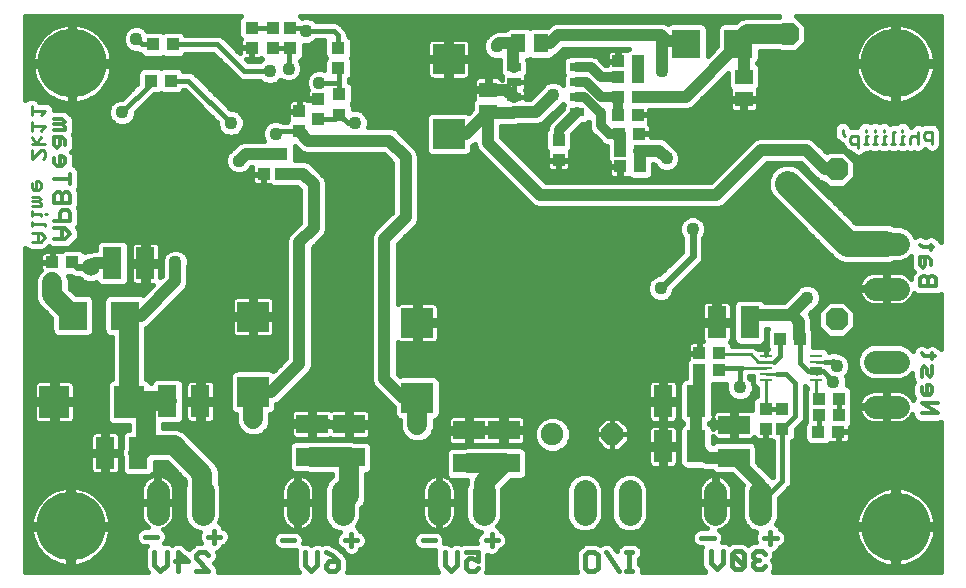
<source format=gbl>
G75*
G70*
%OFA0B0*%
%FSLAX24Y24*%
%IPPOS*%
%LPD*%
%AMOC8*
5,1,8,0,0,1.08239X$1,22.5*
%
%ADD10C,0.0110*%
%ADD11C,0.0150*%
%ADD12C,0.0130*%
%ADD13C,0.0100*%
%ADD14R,0.0433X0.0394*%
%ADD15R,0.1063X0.0630*%
%ADD16R,0.0945X0.0945*%
%ADD17R,0.0450X0.0300*%
%ADD18R,0.0512X0.0591*%
%ADD19R,0.0394X0.0433*%
%ADD20R,0.1063X0.1004*%
%ADD21C,0.0750*%
%ADD22OC8,0.0760*%
%ADD23R,0.0630X0.1063*%
%ADD24R,0.0394X0.0098*%
%ADD25R,0.0591X0.0512*%
%ADD26R,0.1004X0.1063*%
%ADD27C,0.0750*%
%ADD28OC8,0.0750*%
%ADD29C,0.2300*%
%ADD30C,0.0594*%
%ADD31C,0.0240*%
%ADD32C,0.0400*%
%ADD33C,0.0160*%
%ADD34C,0.0436*%
%ADD35C,0.0120*%
%ADD36C,0.0660*%
%ADD37C,0.0320*%
%ADD38C,0.0860*%
D10*
X000852Y013494D02*
X001152Y013494D01*
X001302Y013644D01*
X001152Y013794D01*
X000852Y013794D01*
X000852Y014009D02*
X000852Y014159D01*
X000852Y014084D02*
X001302Y014084D01*
X001302Y014009D01*
X001077Y013794D02*
X001077Y013494D01*
X001152Y014353D02*
X001152Y014428D01*
X000852Y014428D01*
X000852Y014353D02*
X000852Y014503D01*
X000852Y014697D02*
X001152Y014697D01*
X001152Y014772D01*
X001077Y014847D01*
X001152Y014922D01*
X001077Y014997D01*
X000852Y014997D01*
X000852Y014847D02*
X001077Y014847D01*
X001077Y015212D02*
X000927Y015212D01*
X000852Y015288D01*
X000852Y015438D01*
X001002Y015513D02*
X001002Y015212D01*
X001077Y015212D02*
X001152Y015288D01*
X001152Y015438D01*
X001077Y015513D01*
X001002Y015513D01*
X000852Y016244D02*
X001152Y016544D01*
X001227Y016544D01*
X001302Y016469D01*
X001302Y016319D01*
X001227Y016244D01*
X000852Y016244D02*
X000852Y016544D01*
X000852Y016759D02*
X001302Y016759D01*
X001152Y016985D02*
X001002Y016759D01*
X000852Y016985D01*
X000852Y017189D02*
X000852Y017489D01*
X000852Y017339D02*
X001302Y017339D01*
X001152Y017189D01*
X001152Y017705D02*
X001302Y017855D01*
X000852Y017855D01*
X000852Y017705D02*
X000852Y018005D01*
X001302Y014428D02*
X001377Y014428D01*
D11*
X006936Y003865D02*
X006936Y003458D01*
X007139Y003661D02*
X006732Y003661D01*
X006644Y003140D02*
X006745Y003038D01*
X006644Y003140D02*
X006440Y003140D01*
X006338Y003038D01*
X006338Y002936D01*
X006745Y002529D01*
X006338Y002529D01*
X006046Y002835D02*
X005639Y002835D01*
X005346Y002733D02*
X005142Y002529D01*
X004939Y002733D01*
X004939Y003140D01*
X005346Y003140D02*
X005346Y002733D01*
X005740Y002529D02*
X005740Y003140D01*
X006046Y002835D01*
X005040Y003661D02*
X004633Y003661D01*
X009200Y003543D02*
X009607Y003543D01*
X009969Y003140D02*
X009969Y002733D01*
X010173Y002529D01*
X010376Y002733D01*
X010376Y003140D01*
X010669Y003140D02*
X010873Y003038D01*
X011076Y002835D01*
X010771Y002835D01*
X010669Y002733D01*
X010669Y002631D01*
X010771Y002529D01*
X010974Y002529D01*
X011076Y002631D01*
X011076Y002835D01*
X011503Y003340D02*
X011503Y003747D01*
X011706Y003543D02*
X011299Y003543D01*
X013885Y003543D02*
X014292Y003543D01*
X014615Y003140D02*
X014615Y002733D01*
X014819Y002529D01*
X015022Y002733D01*
X015022Y003140D01*
X015315Y003140D02*
X015722Y003140D01*
X015722Y002835D01*
X015518Y002936D01*
X015417Y002936D01*
X015315Y002835D01*
X015315Y002631D01*
X015417Y002529D01*
X015620Y002529D01*
X015722Y002631D01*
X016188Y003340D02*
X016188Y003747D01*
X016391Y003543D02*
X015984Y003543D01*
X019306Y003038D02*
X019306Y002631D01*
X019408Y002529D01*
X019611Y002529D01*
X019713Y002631D01*
X019713Y003038D01*
X019611Y003140D01*
X019408Y003140D01*
X019306Y003038D01*
X020006Y003140D02*
X020413Y002529D01*
X020676Y002529D02*
X020879Y002529D01*
X020778Y002529D02*
X020778Y003140D01*
X020879Y003140D02*
X020676Y003140D01*
X023176Y003622D02*
X023583Y003622D01*
X023482Y003179D02*
X023482Y002772D01*
X023686Y002569D01*
X023889Y002772D01*
X023889Y003179D01*
X024182Y003078D02*
X024589Y002671D01*
X024487Y002569D01*
X024284Y002569D01*
X024182Y002671D01*
X024182Y003078D01*
X024284Y003179D01*
X024487Y003179D01*
X024589Y003078D01*
X024589Y002671D01*
X024882Y002671D02*
X024882Y002772D01*
X024984Y002874D01*
X025085Y002874D01*
X024984Y002874D02*
X024882Y002976D01*
X024882Y003078D01*
X024984Y003179D01*
X025187Y003179D01*
X025289Y003078D01*
X025479Y003419D02*
X025479Y003826D01*
X025682Y003622D02*
X025275Y003622D01*
X025289Y002671D02*
X025187Y002569D01*
X024984Y002569D01*
X024882Y002671D01*
D12*
X030517Y007772D02*
X031047Y007772D01*
X030517Y008125D01*
X031047Y008125D01*
X030782Y008379D02*
X030605Y008379D01*
X030517Y008468D01*
X030517Y008644D01*
X030694Y008733D02*
X030694Y008379D01*
X030782Y008379D02*
X030870Y008468D01*
X030870Y008644D01*
X030782Y008733D01*
X030694Y008733D01*
X030782Y008987D02*
X030694Y009075D01*
X030694Y009252D01*
X030605Y009341D01*
X030517Y009252D01*
X030517Y008987D01*
X030782Y008987D02*
X030870Y009075D01*
X030870Y009341D01*
X030870Y009595D02*
X030870Y009771D01*
X030959Y009683D02*
X030605Y009683D01*
X030517Y009771D01*
X030468Y012008D02*
X030468Y012273D01*
X030557Y012361D01*
X030645Y012361D01*
X030733Y012273D01*
X030733Y012008D01*
X030468Y012008D02*
X030999Y012008D01*
X030999Y012273D01*
X030910Y012361D01*
X030822Y012361D01*
X030733Y012273D01*
X030557Y012615D02*
X030645Y012704D01*
X030645Y012969D01*
X030733Y012969D02*
X030468Y012969D01*
X030468Y012704D01*
X030557Y012615D01*
X030822Y012704D02*
X030822Y012881D01*
X030733Y012969D01*
X030822Y013223D02*
X030822Y013400D01*
X030910Y013311D02*
X030557Y013311D01*
X030468Y013400D01*
X002140Y013759D02*
X001964Y013936D01*
X001610Y013936D01*
X001610Y014190D02*
X002140Y014190D01*
X002140Y014455D01*
X002052Y014544D01*
X001875Y014544D01*
X001787Y014455D01*
X001787Y014190D01*
X001875Y013936D02*
X001875Y013582D01*
X001964Y013582D02*
X002140Y013759D01*
X001964Y013582D02*
X001610Y013582D01*
X001610Y014798D02*
X001610Y015063D01*
X001698Y015152D01*
X001787Y015152D01*
X001875Y015063D01*
X001875Y014798D01*
X001875Y015063D02*
X001964Y015152D01*
X002052Y015152D01*
X002140Y015063D01*
X002140Y014798D01*
X001610Y014798D01*
X001610Y015582D02*
X002140Y015582D01*
X002140Y015406D02*
X002140Y015759D01*
X001875Y016013D02*
X001964Y016102D01*
X001964Y016279D01*
X001875Y016367D01*
X001787Y016367D01*
X001787Y016013D01*
X001875Y016013D02*
X001698Y016013D01*
X001610Y016102D01*
X001610Y016279D01*
X001698Y016621D02*
X001787Y016709D01*
X001787Y016975D01*
X001875Y016975D02*
X001610Y016975D01*
X001610Y016709D01*
X001698Y016621D01*
X001964Y016709D02*
X001964Y016886D01*
X001875Y016975D01*
X001964Y017229D02*
X001610Y017229D01*
X001610Y017406D02*
X001875Y017406D01*
X001964Y017494D01*
X001875Y017582D01*
X001610Y017582D01*
X001875Y017406D02*
X001964Y017317D01*
X001964Y017229D01*
D13*
X023773Y009777D02*
X023812Y009738D01*
X024813Y009738D01*
X025061Y009490D01*
X025331Y009490D01*
X025612Y009490D01*
X025331Y009490D02*
X025331Y009490D01*
X025331Y009293D02*
X024537Y009293D01*
X025331Y009096D02*
X025707Y009096D01*
X025331Y008899D02*
X025331Y007932D01*
X026995Y008376D02*
X026995Y008899D01*
X026995Y009096D02*
X027085Y009187D01*
X027096Y009187D01*
X027175Y009187D01*
X026995Y009096D02*
X026995Y009293D01*
X026994Y009293D01*
X026995Y009490D02*
X026995Y009490D01*
X027293Y009490D01*
X026466Y009462D02*
X026460Y009468D01*
X028410Y016623D02*
X028410Y017023D01*
X028210Y017023D01*
X028143Y016957D01*
X028143Y016823D01*
X028210Y016756D01*
X028410Y016756D01*
X028583Y016756D02*
X028717Y016756D01*
X028650Y016756D02*
X028650Y017023D01*
X028717Y017023D01*
X028650Y017157D02*
X028650Y017224D01*
X028957Y017224D02*
X028957Y017157D01*
X028957Y017023D02*
X028957Y016756D01*
X029024Y016756D02*
X028890Y016756D01*
X028957Y017023D02*
X029024Y017023D01*
X029264Y017023D02*
X029264Y016756D01*
X029330Y016756D02*
X029197Y016756D01*
X029264Y017023D02*
X029330Y017023D01*
X029264Y017157D02*
X029264Y017224D01*
X029571Y017157D02*
X029571Y016756D01*
X029637Y016756D02*
X029504Y016756D01*
X029811Y016756D02*
X029944Y016756D01*
X029878Y016756D02*
X029878Y017023D01*
X029944Y017023D01*
X029878Y017157D02*
X029878Y017224D01*
X029637Y017157D02*
X029571Y017157D01*
X030138Y016957D02*
X030138Y016756D01*
X030138Y016957D02*
X030204Y017023D01*
X030338Y017023D01*
X030405Y016957D01*
X030598Y016957D02*
X030665Y016890D01*
X030865Y016890D01*
X030865Y016756D02*
X030865Y017157D01*
X030665Y017157D01*
X030598Y017090D01*
X030598Y016957D01*
X030405Y017157D02*
X030405Y016756D01*
X027949Y017023D02*
X027883Y017090D01*
X027883Y017224D01*
D14*
X021103Y017088D03*
X020433Y017088D03*
X018413Y016882D03*
X018413Y016213D03*
X020394Y018989D03*
X021063Y018989D03*
X011106Y018402D03*
X011106Y017733D03*
X009178Y016417D03*
X008587Y016417D03*
X008587Y015748D03*
X009178Y015748D03*
X011067Y019288D03*
X011067Y019957D03*
X009464Y019938D03*
X008893Y019957D03*
X008185Y019957D03*
X008185Y020627D03*
X008893Y020627D03*
X009464Y020607D03*
X002205Y012803D03*
X001535Y012803D03*
X025325Y007927D03*
X025876Y007930D03*
X025876Y007261D03*
X025325Y007257D03*
X027069Y007155D03*
X027738Y007155D03*
D15*
X024258Y007394D03*
X024258Y006291D03*
X016584Y006114D03*
X015435Y006106D03*
X015435Y007208D03*
X016584Y007217D03*
X011433Y007410D03*
X010192Y007428D03*
X010192Y006325D03*
X011433Y006308D03*
D16*
X003957Y011031D03*
X002224Y011031D03*
X022678Y020091D03*
X024410Y020091D03*
D17*
X019029Y019317D03*
X019029Y018817D03*
X019029Y018317D03*
X019029Y017817D03*
X016929Y017817D03*
X016929Y018317D03*
X016929Y018817D03*
X016929Y019317D03*
D18*
X017075Y020101D03*
X017823Y020101D03*
D19*
X020394Y019501D03*
X021063Y019501D03*
X021052Y018329D03*
X020382Y018329D03*
X020394Y017729D03*
X021063Y017729D03*
X021123Y016530D03*
X020454Y016530D03*
X020463Y016005D03*
X021133Y016005D03*
X025791Y010266D03*
X026460Y010266D03*
X023773Y009777D03*
X023104Y009777D03*
X023092Y009202D03*
X023761Y009202D03*
X027106Y008265D03*
X027775Y008265D03*
X027755Y007706D03*
X027086Y007706D03*
X010401Y017583D03*
X009771Y017839D03*
X010401Y018253D03*
X009771Y017170D03*
X005485Y018866D03*
X004815Y018866D03*
X004889Y020075D03*
X005559Y020075D03*
D20*
X014752Y019582D03*
X014752Y017082D03*
X008231Y010993D03*
X008231Y008493D03*
X013710Y008293D03*
X013710Y010793D03*
D21*
X014426Y005180D02*
X014426Y004430D01*
X015926Y004430D02*
X015926Y005180D01*
X019291Y005168D02*
X019291Y004418D01*
X020791Y004418D02*
X020791Y005168D01*
X023641Y005165D02*
X023641Y004415D01*
X025141Y004415D02*
X025141Y005165D01*
X028967Y007991D02*
X029717Y007991D01*
X029717Y009491D02*
X028967Y009491D01*
X028967Y011933D02*
X029717Y011933D01*
X029717Y013433D02*
X028967Y013433D01*
X011224Y005168D02*
X011224Y004418D01*
X009724Y004418D02*
X009724Y005168D01*
X006553Y005180D02*
X006553Y004430D01*
X005053Y004430D02*
X005053Y005180D01*
D22*
X026057Y015423D03*
X027682Y015907D03*
X026057Y020423D03*
X027682Y010907D03*
D23*
X024789Y010805D03*
X023687Y010805D03*
X022998Y008175D03*
X021896Y008175D03*
X021896Y006670D03*
X022998Y006670D03*
X006472Y008173D03*
X005370Y008173D03*
X004402Y006456D03*
X003299Y006456D03*
X003543Y012776D03*
X004645Y012776D03*
D24*
X025331Y009686D03*
X025331Y009490D03*
X025331Y009293D03*
X025331Y009096D03*
X025331Y008899D03*
X026995Y008899D03*
X026995Y009096D03*
X026995Y009293D03*
X026995Y009490D03*
X026995Y009686D03*
D25*
X016065Y017819D03*
X016065Y018567D03*
X024591Y018245D03*
X024591Y018993D03*
D26*
X004104Y008157D03*
X001604Y008157D03*
D27*
X018203Y007079D03*
D28*
X020203Y007079D03*
D29*
X029655Y003990D03*
X029635Y019443D03*
X002194Y019435D03*
X002151Y004006D03*
D30*
X008238Y007573D03*
X013710Y007376D03*
X002844Y012651D03*
X001545Y012140D03*
D31*
X002205Y012803D02*
X002356Y012651D01*
X002844Y012651D01*
X021820Y011943D02*
X022883Y013006D01*
X022883Y013911D01*
X027557Y009490D02*
X027687Y009360D01*
X027687Y009344D01*
D32*
X026460Y010266D02*
X026438Y010288D01*
X026438Y010826D01*
X026227Y011037D01*
X026227Y011152D01*
X026702Y011628D01*
X026227Y011037D02*
X024789Y011037D01*
X024789Y010805D01*
X023092Y009202D02*
X023092Y008269D01*
X022998Y008175D01*
X022998Y006671D01*
X022998Y006670D01*
X023377Y006291D01*
X024258Y006291D01*
X025141Y005409D01*
X025141Y004790D01*
X013710Y008293D02*
X013238Y008293D01*
X012608Y008923D01*
X012608Y013596D01*
X013317Y014305D01*
X013317Y016273D01*
X013317Y016313D01*
X012765Y016864D01*
X010077Y016864D01*
X009771Y017170D01*
X009178Y016417D02*
X008587Y016417D01*
X007988Y016417D01*
X007765Y016195D01*
X009178Y015748D02*
X009191Y015762D01*
X009891Y015762D01*
X010246Y015407D01*
X010246Y013951D01*
X009773Y013478D01*
X009773Y009423D01*
X008843Y008493D01*
X008231Y008493D01*
X005639Y012179D02*
X004491Y011031D01*
X003957Y011031D01*
X005639Y012179D02*
X005639Y012809D01*
X003543Y012776D02*
X002969Y012776D01*
X002844Y012651D01*
X014752Y017082D02*
X015328Y017082D01*
X016065Y017819D01*
X016065Y016793D01*
X017805Y015053D01*
X023678Y015053D01*
X025174Y016549D01*
X026663Y016549D01*
X027305Y015907D01*
X027682Y015907D01*
X024591Y018993D02*
X024591Y020027D01*
X024655Y020091D01*
X024410Y020091D01*
X022648Y018329D01*
X021052Y018329D01*
X021057Y018324D01*
X021063Y018989D02*
X021063Y019501D01*
X021860Y019187D02*
X021860Y020337D01*
X021829Y020368D01*
X018395Y020368D01*
X018128Y020101D01*
X017823Y020101D01*
X017075Y020101D02*
X016902Y019927D01*
X016902Y019344D01*
X016929Y019317D01*
X016679Y018567D02*
X016065Y018567D01*
X016679Y018567D02*
X016929Y018317D01*
X016929Y017817D02*
X017656Y017817D01*
X018238Y018399D01*
X016907Y017795D02*
X016089Y017795D01*
X016065Y017819D01*
X016348Y020014D02*
X016435Y020101D01*
X017075Y020101D01*
X020433Y017088D02*
X020454Y017068D01*
X020454Y016530D01*
X021112Y016519D02*
X021123Y016530D01*
X021760Y016530D01*
X022017Y016273D01*
X021133Y016521D02*
X021123Y016530D01*
X021133Y016521D02*
X021133Y016005D01*
X022017Y020180D02*
X021860Y020337D01*
X022017Y020180D02*
X022589Y020180D01*
X022678Y020091D01*
D33*
X000643Y013285D02*
X000643Y002498D01*
X004729Y002498D01*
X004672Y002555D01*
X004624Y002670D01*
X004624Y003203D01*
X004672Y003318D01*
X004700Y003346D01*
X004570Y003346D01*
X004454Y003394D01*
X004366Y003483D01*
X004318Y003599D01*
X004318Y003724D01*
X004366Y003840D01*
X004454Y003929D01*
X004570Y003976D01*
X004733Y003976D01*
X004692Y004007D01*
X004630Y004068D01*
X004578Y004139D01*
X004539Y004217D01*
X004512Y004300D01*
X004498Y004386D01*
X004498Y004760D01*
X005008Y004760D01*
X005008Y004850D01*
X005008Y005735D01*
X004923Y005721D01*
X004840Y005694D01*
X004762Y005655D01*
X004692Y005603D01*
X004630Y005541D01*
X004578Y005471D01*
X004539Y005393D01*
X004512Y005310D01*
X004498Y005224D01*
X004498Y004850D01*
X005008Y004850D01*
X005098Y004850D01*
X005098Y005735D01*
X005183Y005721D01*
X005266Y005694D01*
X005344Y005655D01*
X005415Y005603D01*
X005476Y005541D01*
X005528Y005471D01*
X005567Y005393D01*
X005594Y005310D01*
X005608Y005224D01*
X005608Y004850D01*
X005098Y004850D01*
X005098Y004760D01*
X005608Y004760D01*
X005608Y004386D01*
X005594Y004300D01*
X005567Y004217D01*
X005528Y004139D01*
X005476Y004068D01*
X005415Y004007D01*
X005344Y003955D01*
X005266Y003916D01*
X005240Y003907D01*
X005307Y003840D01*
X005355Y003724D01*
X005355Y003599D01*
X005307Y003483D01*
X005276Y003452D01*
X005283Y003455D01*
X005409Y003455D01*
X005524Y003407D01*
X005543Y003388D01*
X005562Y003407D01*
X005675Y003454D01*
X005678Y003455D01*
X005803Y003455D01*
X005919Y003407D01*
X005922Y003404D01*
X006007Y003318D01*
X006007Y003318D01*
X006090Y003236D01*
X006173Y003318D01*
X006173Y003318D01*
X006262Y003407D01*
X006378Y003455D01*
X006493Y003455D01*
X006465Y003483D01*
X006417Y003599D01*
X006417Y003724D01*
X006455Y003815D01*
X006431Y003815D01*
X006205Y003909D01*
X006032Y004081D01*
X005938Y004308D01*
X005938Y005302D01*
X005975Y005391D01*
X005975Y005525D01*
X005361Y006140D01*
X004956Y006140D01*
X004956Y005877D01*
X004920Y005789D01*
X004852Y005721D01*
X004764Y005685D01*
X004039Y005685D01*
X003951Y005721D01*
X003883Y005789D01*
X003847Y005877D01*
X003847Y006306D01*
X003832Y006343D01*
X003832Y006569D01*
X003847Y006606D01*
X003847Y007035D01*
X003883Y007124D01*
X003951Y007191D01*
X004039Y007228D01*
X004085Y007228D01*
X004085Y007385D01*
X003555Y007385D01*
X003466Y007422D01*
X003399Y007489D01*
X003362Y007578D01*
X003362Y008736D01*
X003399Y008824D01*
X003466Y008892D01*
X003534Y008920D01*
X003534Y010318D01*
X003436Y010318D01*
X003348Y010355D01*
X003281Y010422D01*
X003244Y010511D01*
X003244Y011551D01*
X003281Y011639D01*
X003348Y011707D01*
X003436Y011743D01*
X004477Y011743D01*
X004551Y011713D01*
X004903Y012064D01*
X004722Y012064D01*
X004722Y012698D01*
X004567Y012698D01*
X004150Y012698D01*
X004150Y012221D01*
X004162Y012175D01*
X004186Y012134D01*
X004219Y012100D01*
X004260Y012077D01*
X004306Y012064D01*
X004567Y012064D01*
X004567Y012698D01*
X004567Y012853D01*
X004150Y012853D01*
X004150Y013331D01*
X004162Y013377D01*
X004186Y013418D01*
X004219Y013451D01*
X004260Y013475D01*
X004306Y013487D01*
X004567Y013487D01*
X004567Y012853D01*
X004722Y012853D01*
X004722Y013487D01*
X004984Y013487D01*
X005029Y013475D01*
X005070Y013451D01*
X005104Y013418D01*
X005128Y013377D01*
X005140Y013331D01*
X005140Y012853D01*
X004723Y012853D01*
X004723Y012698D01*
X005140Y012698D01*
X005140Y012302D01*
X005199Y012361D01*
X005199Y012674D01*
X005181Y012718D01*
X005181Y012900D01*
X005251Y013068D01*
X005380Y013197D01*
X005140Y013197D01*
X005140Y013039D02*
X005239Y013039D01*
X005181Y012880D02*
X005140Y012880D01*
X005181Y012721D02*
X004723Y012721D01*
X004567Y012721D02*
X004097Y012721D01*
X004097Y012563D02*
X004150Y012563D01*
X004150Y012404D02*
X004097Y012404D01*
X004097Y012246D02*
X004150Y012246D01*
X004097Y012196D02*
X004097Y013355D01*
X004061Y013443D01*
X003993Y013511D01*
X003905Y013547D01*
X003180Y013547D01*
X003092Y013511D01*
X003024Y013443D01*
X002988Y013355D01*
X002988Y013216D01*
X002881Y013216D01*
X002814Y013188D01*
X002737Y013188D01*
X002620Y013140D01*
X002557Y013203D01*
X002469Y013239D01*
X001940Y013239D01*
X001852Y013203D01*
X001818Y013168D01*
X001776Y013179D01*
X001554Y013179D01*
X001554Y012821D01*
X001517Y012821D01*
X001517Y013179D01*
X001295Y013179D01*
X001249Y013167D01*
X001208Y013143D01*
X001175Y013110D01*
X001151Y013069D01*
X001139Y013023D01*
X001139Y012821D01*
X001517Y012821D01*
X001517Y012784D01*
X001139Y012784D01*
X001139Y012582D01*
X001148Y012549D01*
X001062Y012462D01*
X000975Y012253D01*
X000975Y011824D01*
X000975Y011597D01*
X001062Y011387D01*
X001512Y010937D01*
X001512Y010511D01*
X001549Y010422D01*
X001616Y010355D01*
X001704Y010318D01*
X002745Y010318D01*
X002833Y010355D01*
X002900Y010422D01*
X002937Y010511D01*
X002937Y011551D01*
X002900Y011639D01*
X002833Y011707D01*
X002745Y011743D01*
X002318Y011743D01*
X002115Y011946D01*
X002115Y012253D01*
X002068Y012366D01*
X002132Y012366D01*
X002152Y012346D01*
X002284Y012291D01*
X002445Y012291D01*
X002540Y012196D01*
X002737Y012114D01*
X002951Y012114D01*
X003011Y012139D01*
X003024Y012108D01*
X003092Y012041D01*
X003180Y012004D01*
X003905Y012004D01*
X003993Y012041D01*
X004061Y012108D01*
X004097Y012196D01*
X004040Y012087D02*
X004242Y012087D01*
X004567Y012087D02*
X004722Y012087D01*
X004722Y012246D02*
X004567Y012246D01*
X004567Y012404D02*
X004722Y012404D01*
X004722Y012563D02*
X004567Y012563D01*
X004567Y012880D02*
X004722Y012880D01*
X004722Y013039D02*
X004567Y013039D01*
X004567Y013197D02*
X004722Y013197D01*
X004722Y013356D02*
X004567Y013356D01*
X005133Y013356D02*
X009333Y013356D01*
X009333Y013391D02*
X009333Y009605D01*
X008912Y009184D01*
X008899Y009198D01*
X008811Y009235D01*
X007652Y009235D01*
X007564Y009198D01*
X007497Y009131D01*
X007460Y009042D01*
X007460Y007943D01*
X007497Y007855D01*
X007564Y007787D01*
X007652Y007751D01*
X007668Y007751D01*
X007668Y007459D01*
X007755Y007250D01*
X007915Y007089D01*
X008124Y007003D01*
X008351Y007003D01*
X008561Y007089D01*
X008721Y007250D01*
X008808Y007459D01*
X008808Y007751D01*
X008811Y007751D01*
X008899Y007787D01*
X008966Y007855D01*
X009003Y007943D01*
X009003Y008083D01*
X009092Y008120D01*
X010146Y009174D01*
X010213Y009335D01*
X010213Y009511D01*
X010213Y013296D01*
X010495Y013578D01*
X010619Y013701D01*
X010686Y013863D01*
X010686Y015320D01*
X010686Y015495D01*
X010619Y015656D01*
X010264Y016011D01*
X010141Y016135D01*
X009979Y016202D01*
X009634Y016202D01*
X009634Y016662D01*
X009619Y016700D01*
X009704Y016615D01*
X009704Y016615D01*
X009828Y016491D01*
X009990Y016424D01*
X012583Y016424D01*
X012877Y016130D01*
X012877Y014487D01*
X012359Y013969D01*
X012359Y013969D01*
X012235Y013845D01*
X012168Y013684D01*
X012168Y009010D01*
X012168Y008835D01*
X012235Y008673D01*
X012865Y008043D01*
X012939Y007969D01*
X012939Y007743D01*
X012975Y007655D01*
X013043Y007587D01*
X013131Y007551D01*
X013140Y007551D01*
X013140Y007262D01*
X013227Y007053D01*
X013387Y006893D01*
X013597Y006806D01*
X013824Y006806D01*
X014033Y006893D01*
X014193Y007053D01*
X014280Y007262D01*
X014280Y007551D01*
X014289Y007551D01*
X014378Y007587D01*
X014445Y007655D01*
X014482Y007743D01*
X014482Y008842D01*
X014445Y008931D01*
X014378Y008998D01*
X014289Y009035D01*
X013131Y009035D01*
X013122Y009031D01*
X013048Y009105D01*
X013048Y010167D01*
X013068Y010147D01*
X013109Y010123D01*
X013155Y010111D01*
X013630Y010111D01*
X013630Y010713D01*
X013790Y010713D01*
X013790Y010873D01*
X013630Y010873D01*
X013630Y011475D01*
X013155Y011475D01*
X013109Y011462D01*
X013068Y011439D01*
X013048Y011418D01*
X013048Y013414D01*
X013566Y013932D01*
X013690Y014056D01*
X013756Y014217D01*
X013756Y016139D01*
X013775Y016182D01*
X013775Y016364D01*
X013705Y016533D01*
X013699Y016539D01*
X013690Y016562D01*
X013138Y017113D01*
X013015Y017237D01*
X012853Y017304D01*
X012057Y017304D01*
X012082Y017363D01*
X012082Y017546D01*
X012012Y017714D01*
X011883Y017843D01*
X011715Y017913D01*
X011562Y017913D01*
X011562Y017977D01*
X011526Y018066D01*
X011524Y018067D01*
X011526Y018069D01*
X011562Y018158D01*
X011562Y018647D01*
X011526Y018735D01*
X011458Y018802D01*
X011426Y018816D01*
X011426Y018894D01*
X011486Y018955D01*
X011523Y019043D01*
X011523Y019533D01*
X011486Y019621D01*
X011485Y019623D01*
X011486Y019624D01*
X011523Y019713D01*
X011523Y020202D01*
X011486Y020290D01*
X011419Y020358D01*
X011392Y020369D01*
X011392Y020432D01*
X011344Y020549D01*
X011186Y020707D01*
X011096Y020797D01*
X010979Y020845D01*
X010337Y020845D01*
X010269Y020914D01*
X010101Y020983D01*
X009918Y020983D01*
X009863Y020961D01*
X009817Y021007D01*
X009791Y021018D01*
X025775Y021018D01*
X025750Y020993D01*
X024855Y020993D01*
X024628Y020993D01*
X024419Y020906D01*
X024317Y020804D01*
X023890Y020804D01*
X023802Y020767D01*
X023734Y020699D01*
X023698Y020611D01*
X023698Y020001D01*
X023390Y019693D01*
X023390Y020611D01*
X023354Y020699D01*
X023286Y020767D01*
X023198Y020804D01*
X022158Y020804D01*
X022070Y020767D01*
X022054Y020751D01*
X021917Y020808D01*
X021742Y020808D01*
X018308Y020808D01*
X018146Y020741D01*
X018041Y020636D01*
X017520Y020636D01*
X017449Y020607D01*
X017379Y020636D01*
X016772Y020636D01*
X016683Y020600D01*
X016625Y020541D01*
X016523Y020541D01*
X016348Y020541D01*
X016186Y020474D01*
X016132Y020420D01*
X016089Y020402D01*
X015960Y020273D01*
X015890Y020105D01*
X015890Y019922D01*
X015960Y019754D01*
X016089Y019625D01*
X016257Y019555D01*
X016439Y019555D01*
X016462Y019565D01*
X016462Y019257D01*
X016464Y019251D01*
X016464Y019119D01*
X016500Y019031D01*
X016527Y019004D01*
X016524Y018991D01*
X016524Y018900D01*
X016504Y018934D01*
X016471Y018967D01*
X016430Y018991D01*
X016384Y019003D01*
X016113Y019003D01*
X016113Y018615D01*
X016017Y018615D01*
X016017Y018519D01*
X015590Y018519D01*
X015590Y018287D01*
X015601Y018246D01*
X015566Y018211D01*
X015530Y018123D01*
X015530Y017906D01*
X015414Y017790D01*
X015331Y017824D01*
X014173Y017824D01*
X014084Y017788D01*
X014017Y017720D01*
X013980Y017632D01*
X013980Y016533D01*
X014017Y016444D01*
X014084Y016377D01*
X014173Y016340D01*
X015331Y016340D01*
X015419Y016377D01*
X015487Y016444D01*
X015523Y016533D01*
X015523Y016687D01*
X015578Y016709D01*
X015625Y016757D01*
X015625Y016705D01*
X015692Y016543D01*
X017432Y014804D01*
X017555Y014680D01*
X017717Y014613D01*
X023765Y014613D01*
X023927Y014680D01*
X024051Y014804D01*
X025356Y016109D01*
X026481Y016109D01*
X026932Y015658D01*
X027055Y015534D01*
X027217Y015467D01*
X027245Y015467D01*
X027425Y015287D01*
X027939Y015287D01*
X028302Y015650D01*
X028302Y016164D01*
X027939Y016527D01*
X027425Y016527D01*
X027366Y016468D01*
X026912Y016922D01*
X026751Y016989D01*
X026575Y016989D01*
X025086Y016989D01*
X024925Y016922D01*
X024801Y016798D01*
X023496Y015493D01*
X017987Y015493D01*
X016505Y016975D01*
X016505Y017355D01*
X016994Y017355D01*
X017047Y017377D01*
X017743Y017377D01*
X017905Y017444D01*
X018029Y017568D01*
X018454Y017993D01*
X018497Y018011D01*
X018576Y018090D01*
X018585Y018067D01*
X018564Y018015D01*
X018564Y017918D01*
X018074Y017428D01*
X018013Y017281D01*
X018013Y017235D01*
X017993Y017215D01*
X017957Y017127D01*
X017957Y016638D01*
X017993Y016550D01*
X018042Y016501D01*
X018029Y016479D01*
X018017Y016434D01*
X018017Y016232D01*
X018395Y016232D01*
X018395Y016195D01*
X018017Y016195D01*
X018017Y015993D01*
X018029Y015947D01*
X018053Y015906D01*
X018086Y015872D01*
X018127Y015849D01*
X018173Y015836D01*
X018395Y015836D01*
X018395Y016194D01*
X018432Y016194D01*
X018432Y015836D01*
X018654Y015836D01*
X018699Y015849D01*
X018740Y015872D01*
X018774Y015906D01*
X018798Y015947D01*
X018810Y015993D01*
X018810Y016195D01*
X018432Y016195D01*
X018432Y016232D01*
X018810Y016232D01*
X018810Y016434D01*
X018798Y016479D01*
X018785Y016501D01*
X018833Y016550D01*
X018870Y016638D01*
X018870Y017093D01*
X019204Y017427D01*
X019301Y017427D01*
X019390Y017464D01*
X019413Y017487D01*
X019413Y017455D01*
X019413Y017296D01*
X019474Y017149D01*
X019749Y016874D01*
X019862Y016761D01*
X020009Y016700D01*
X020014Y016700D01*
X020014Y016443D01*
X020017Y016435D01*
X020017Y016266D01*
X020054Y016178D01*
X020087Y016145D01*
X020087Y016024D01*
X020445Y016024D01*
X020445Y015987D01*
X020087Y015987D01*
X020087Y015765D01*
X020099Y015719D01*
X020122Y015678D01*
X020156Y015645D01*
X020197Y015621D01*
X020243Y015609D01*
X020445Y015609D01*
X020445Y015987D01*
X020482Y015987D01*
X020482Y015609D01*
X020684Y015609D01*
X020730Y015621D01*
X020752Y015634D01*
X020800Y015585D01*
X020888Y015549D01*
X021377Y015549D01*
X021465Y015585D01*
X021533Y015653D01*
X021569Y015741D01*
X021569Y015910D01*
X021573Y015918D01*
X021573Y016090D01*
X021578Y016090D01*
X021611Y016058D01*
X021629Y016014D01*
X021758Y015885D01*
X021926Y015815D01*
X022108Y015815D01*
X022277Y015885D01*
X022406Y016014D01*
X022475Y016182D01*
X022475Y016364D01*
X022406Y016533D01*
X022277Y016662D01*
X022233Y016680D01*
X022009Y016903D01*
X021848Y016970D01*
X021673Y016970D01*
X021499Y016970D01*
X021499Y017070D01*
X021121Y017070D01*
X021121Y017107D01*
X021499Y017107D01*
X021499Y017309D01*
X021487Y017355D01*
X021463Y017396D01*
X021430Y017429D01*
X021422Y017433D01*
X021428Y017443D01*
X021440Y017489D01*
X021440Y017710D01*
X021082Y017710D01*
X021082Y017747D01*
X021440Y017747D01*
X021440Y017889D01*
X022561Y017889D01*
X022736Y017889D01*
X022898Y017956D01*
X024056Y019115D01*
X024056Y018690D01*
X024093Y018602D01*
X024127Y018567D01*
X024116Y018525D01*
X024116Y018293D01*
X024543Y018293D01*
X024543Y018197D01*
X024639Y018197D01*
X024639Y017810D01*
X024910Y017810D01*
X024956Y017822D01*
X024997Y017845D01*
X025031Y017879D01*
X025054Y017920D01*
X025067Y017966D01*
X025067Y018197D01*
X024640Y018197D01*
X024640Y018293D01*
X025067Y018293D01*
X025067Y018525D01*
X025055Y018567D01*
X025090Y018602D01*
X025127Y018690D01*
X025127Y019297D01*
X025090Y019385D01*
X025039Y019436D01*
X025086Y019483D01*
X025123Y019571D01*
X025123Y019853D01*
X025750Y019853D01*
X025800Y019803D01*
X026314Y019803D01*
X026677Y020166D01*
X026677Y020679D01*
X026339Y021018D01*
X031163Y021018D01*
X031163Y013490D01*
X031083Y013570D01*
X031081Y013571D01*
X031080Y013573D01*
X030995Y013658D01*
X030882Y013705D01*
X030761Y013705D01*
X030649Y013658D01*
X030645Y013654D01*
X030641Y013658D01*
X030529Y013705D01*
X030408Y013705D01*
X030295Y013659D01*
X030291Y013654D01*
X030238Y013782D01*
X030065Y013955D01*
X029839Y014048D01*
X029608Y014048D01*
X029475Y014103D01*
X028324Y014103D01*
X026437Y015991D01*
X026316Y016041D01*
X026314Y016043D01*
X026311Y016043D01*
X026190Y016093D01*
X025924Y016093D01*
X025803Y016043D01*
X025800Y016043D01*
X025798Y016041D01*
X025678Y015991D01*
X025489Y015802D01*
X025439Y015681D01*
X025437Y015679D01*
X025437Y015677D01*
X025387Y015556D01*
X025387Y015289D01*
X025437Y015169D01*
X025437Y015166D01*
X025439Y015164D01*
X025489Y015043D01*
X027667Y012865D01*
X027913Y012763D01*
X028180Y012763D01*
X029475Y012763D01*
X029608Y012818D01*
X029839Y012818D01*
X030065Y012912D01*
X030163Y013010D01*
X030163Y012764D01*
X030163Y012643D01*
X030210Y012531D01*
X030252Y012488D01*
X030210Y012446D01*
X030210Y012446D01*
X030210Y012446D01*
X030202Y012428D01*
X030163Y012334D01*
X030163Y012263D01*
X030140Y012295D01*
X030079Y012357D01*
X030008Y012408D01*
X029930Y012448D01*
X029847Y012475D01*
X029761Y012488D01*
X029387Y012488D01*
X029387Y011978D01*
X029297Y011978D01*
X029297Y011888D01*
X029387Y011888D01*
X029387Y011378D01*
X029761Y011378D01*
X029847Y011392D01*
X029930Y011419D01*
X030008Y011459D01*
X030079Y011510D01*
X030140Y011572D01*
X030192Y011642D01*
X030231Y011720D01*
X030254Y011790D01*
X030295Y011749D01*
X030407Y011703D01*
X030529Y011703D01*
X030673Y011703D01*
X030794Y011703D01*
X030938Y011703D01*
X031059Y011703D01*
X031163Y011746D01*
X031163Y009910D01*
X031132Y009942D01*
X031130Y009942D01*
X031129Y009944D01*
X031043Y010030D01*
X030931Y010076D01*
X030810Y010076D01*
X030698Y010030D01*
X030694Y010026D01*
X030693Y010026D01*
X030694Y010026D02*
X030690Y010030D01*
X030578Y010076D01*
X030456Y010076D01*
X030344Y010030D01*
X030258Y009944D01*
X030222Y009856D01*
X030065Y010013D01*
X029839Y010106D01*
X028845Y010106D01*
X028619Y010013D01*
X028446Y009840D01*
X028352Y009614D01*
X028352Y009369D01*
X028446Y009143D01*
X028619Y008970D01*
X028845Y008876D01*
X029839Y008876D01*
X030065Y008970D01*
X030212Y009116D01*
X030212Y008926D01*
X030258Y008816D01*
X030212Y008705D01*
X030212Y008528D01*
X030212Y008407D01*
X030258Y008296D01*
X030246Y008269D01*
X030229Y008244D01*
X030224Y008218D01*
X030192Y008282D01*
X030252Y008282D01*
X030192Y008282D02*
X030140Y008353D01*
X030079Y008415D01*
X030008Y008466D01*
X029930Y008506D01*
X029847Y008533D01*
X029761Y008546D01*
X029387Y008546D01*
X029387Y008037D01*
X029297Y008037D01*
X029297Y008546D01*
X028923Y008546D01*
X028837Y008533D01*
X028754Y008506D01*
X028676Y008466D01*
X028606Y008415D01*
X028544Y008353D01*
X028492Y008282D01*
X028212Y008282D01*
X028212Y008124D02*
X028427Y008124D01*
X028426Y008121D02*
X028412Y008036D01*
X029297Y008036D01*
X029297Y007946D01*
X029387Y007946D01*
X029387Y007436D01*
X029761Y007436D01*
X029847Y007450D01*
X029930Y007477D01*
X030008Y007517D01*
X030079Y007568D01*
X030140Y007630D01*
X030192Y007701D01*
X030212Y007740D01*
X030212Y007711D01*
X030258Y007599D01*
X030344Y007513D01*
X030456Y007467D01*
X031017Y007467D01*
X031048Y007461D01*
X031077Y007467D01*
X031108Y007467D01*
X031136Y007478D01*
X031163Y007484D01*
X031163Y002498D01*
X025558Y002498D01*
X025604Y002608D01*
X025604Y002733D01*
X029216Y002733D01*
X029206Y002736D02*
X029332Y002698D01*
X029460Y002673D01*
X029575Y002661D01*
X029575Y003910D01*
X028327Y003910D01*
X028338Y003794D01*
X028363Y003666D01*
X028401Y003541D01*
X028451Y003421D01*
X028513Y003305D01*
X028586Y003197D01*
X028668Y003096D01*
X028761Y003003D01*
X028862Y002920D01*
X028971Y002848D01*
X029086Y002786D01*
X029206Y002736D01*
X028905Y002892D02*
X025548Y002892D01*
X025556Y002899D02*
X025604Y003015D01*
X025604Y003129D01*
X025657Y003152D01*
X025746Y003240D01*
X025780Y003321D01*
X025861Y003355D01*
X025949Y003444D01*
X025997Y003559D01*
X025997Y003685D01*
X025949Y003801D01*
X025861Y003889D01*
X025780Y003923D01*
X025746Y004004D01*
X025668Y004082D01*
X025756Y004293D01*
X025756Y004952D01*
X026147Y005344D01*
X026196Y005462D01*
X026196Y005589D01*
X026196Y006847D01*
X026228Y006861D01*
X026296Y006928D01*
X026332Y007017D01*
X026332Y007265D01*
X026580Y007513D01*
X026629Y007630D01*
X026629Y007758D01*
X026629Y008679D01*
X026662Y008646D01*
X026705Y008629D01*
X026705Y008616D01*
X026669Y008529D01*
X026669Y008018D01*
X026649Y007970D01*
X026649Y007488D01*
X026612Y007400D01*
X026612Y006911D01*
X026649Y006822D01*
X026716Y006755D01*
X026805Y006718D01*
X027333Y006718D01*
X027421Y006755D01*
X027456Y006790D01*
X027498Y006778D01*
X027720Y006778D01*
X027720Y007137D01*
X027757Y007137D01*
X027757Y007174D01*
X028135Y007174D01*
X028135Y007333D01*
X028155Y007354D01*
X028192Y007442D01*
X028192Y007953D01*
X028212Y008000D01*
X028212Y008529D01*
X028175Y008617D01*
X028108Y008685D01*
X028019Y008721D01*
X028018Y008721D01*
X028027Y008741D01*
X028027Y008924D01*
X027994Y009003D01*
X028075Y009085D01*
X028145Y009253D01*
X028145Y009435D01*
X028075Y009604D01*
X027946Y009733D01*
X027778Y009802D01*
X027743Y009802D01*
X027628Y009850D01*
X027485Y009850D01*
X027416Y009821D01*
X027395Y009872D01*
X027327Y009939D01*
X027239Y009976D01*
X026886Y009976D01*
X026897Y010002D01*
X026897Y010171D01*
X026900Y010178D01*
X026900Y010353D01*
X026897Y010361D01*
X026897Y010530D01*
X026878Y010577D01*
X026878Y010739D01*
X026878Y010914D01*
X026811Y011075D01*
X026791Y011095D01*
X026918Y011221D01*
X026962Y011239D01*
X027091Y011368D01*
X027160Y011537D01*
X027160Y011719D01*
X027091Y011887D01*
X026962Y012016D01*
X026793Y012086D01*
X026611Y012086D01*
X026443Y012016D01*
X026314Y011887D01*
X026296Y011843D01*
X025930Y011477D01*
X025303Y011477D01*
X025240Y011540D01*
X025152Y011576D01*
X024427Y011576D01*
X024338Y011540D01*
X024271Y011472D01*
X024234Y011384D01*
X024234Y010226D01*
X024271Y010137D01*
X024338Y010070D01*
X024427Y010033D01*
X025152Y010033D01*
X025240Y010070D01*
X025308Y010137D01*
X025344Y010226D01*
X025344Y010597D01*
X025382Y010597D01*
X025354Y010530D01*
X025354Y010002D01*
X025390Y009916D01*
X025331Y009916D01*
X025331Y009780D01*
X025330Y009780D01*
X025330Y009916D01*
X025110Y009916D01*
X025064Y009903D01*
X025060Y009901D01*
X025058Y009902D01*
X024977Y009984D01*
X024870Y010028D01*
X024210Y010028D01*
X024210Y010041D01*
X024173Y010129D01*
X024143Y010160D01*
X024146Y010163D01*
X024170Y010204D01*
X024182Y010250D01*
X024182Y010727D01*
X023765Y010727D01*
X023765Y010882D01*
X024182Y010882D01*
X024182Y011360D01*
X024170Y011406D01*
X024146Y011447D01*
X024112Y011480D01*
X024071Y011504D01*
X024026Y011516D01*
X023764Y011516D01*
X023764Y010883D01*
X023609Y010883D01*
X023609Y011516D01*
X023348Y011516D01*
X023303Y011504D01*
X023261Y011480D01*
X023228Y011447D01*
X023204Y011406D01*
X023192Y011360D01*
X023192Y010882D01*
X023609Y010882D01*
X023609Y010727D01*
X023192Y010727D01*
X023192Y010250D01*
X023204Y010204D01*
X023222Y010173D01*
X023122Y010173D01*
X023122Y009796D01*
X023085Y009796D01*
X023085Y010173D01*
X022883Y010173D01*
X022837Y010161D01*
X022796Y010137D01*
X022763Y010104D01*
X022739Y010063D01*
X022727Y010017D01*
X022727Y009795D01*
X023085Y009795D01*
X023085Y009758D01*
X022727Y009758D01*
X022727Y009590D01*
X022691Y009555D01*
X022655Y009466D01*
X022655Y009297D01*
X022652Y009290D01*
X022652Y008947D01*
X022635Y008947D01*
X022547Y008910D01*
X022480Y008843D01*
X022443Y008755D01*
X022443Y007596D01*
X022480Y007508D01*
X022547Y007440D01*
X022558Y007436D01*
X022558Y007410D01*
X022547Y007405D01*
X022480Y007338D01*
X022443Y007249D01*
X022443Y006091D01*
X022480Y006003D01*
X022547Y005935D01*
X022636Y005899D01*
X023176Y005899D01*
X023290Y005851D01*
X023519Y005851D01*
X023523Y005841D01*
X023591Y005773D01*
X023679Y005737D01*
X024191Y005737D01*
X024559Y005368D01*
X024526Y005287D01*
X024526Y004293D01*
X024619Y004067D01*
X024792Y003894D01*
X025011Y003803D01*
X025008Y003801D01*
X024960Y003685D01*
X024960Y003559D01*
X024987Y003494D01*
X024921Y003494D01*
X024805Y003446D01*
X024735Y003377D01*
X024666Y003446D01*
X024617Y003467D01*
X024550Y003494D01*
X024346Y003494D01*
X024221Y003494D01*
X024105Y003446D01*
X024086Y003428D01*
X024068Y003446D01*
X023952Y003494D01*
X023871Y003494D01*
X023898Y003559D01*
X023898Y003685D01*
X023850Y003801D01*
X023776Y003875D01*
X023854Y003901D01*
X023931Y003940D01*
X024002Y003992D01*
X024064Y004053D01*
X024115Y004124D01*
X024155Y004202D01*
X024182Y004285D01*
X024196Y004371D01*
X024196Y004745D01*
X023686Y004745D01*
X023686Y004835D01*
X024196Y004835D01*
X024196Y005209D01*
X024182Y005295D01*
X024155Y005378D01*
X024115Y005456D01*
X024064Y005526D01*
X024002Y005588D01*
X023931Y005640D01*
X023854Y005679D01*
X023771Y005706D01*
X023686Y005720D01*
X023686Y004835D01*
X023595Y004835D01*
X023595Y004745D01*
X023086Y004745D01*
X023086Y004371D01*
X023099Y004285D01*
X023126Y004202D01*
X023166Y004124D01*
X023217Y004053D01*
X023279Y003992D01*
X023350Y003940D01*
X023356Y003937D01*
X023114Y003937D01*
X022998Y003889D01*
X022909Y003801D01*
X022861Y003685D01*
X022861Y003559D01*
X022909Y003444D01*
X022998Y003355D01*
X023114Y003307D01*
X023194Y003307D01*
X023167Y003242D01*
X023167Y002710D01*
X023215Y002594D01*
X023304Y002505D01*
X023312Y002498D01*
X021194Y002498D01*
X021194Y002592D01*
X021146Y002708D01*
X021093Y002762D01*
X021093Y002908D01*
X021146Y002962D01*
X021194Y003077D01*
X021194Y003203D01*
X021146Y003318D01*
X021058Y003407D01*
X020942Y003455D01*
X020613Y003455D01*
X020497Y003407D01*
X020409Y003318D01*
X020361Y003203D01*
X020361Y003175D01*
X020233Y003367D01*
X020129Y003437D01*
X020006Y003461D01*
X019883Y003437D01*
X019809Y003387D01*
X019791Y003405D01*
X019790Y003407D01*
X019790Y003407D01*
X019743Y003426D01*
X019674Y003455D01*
X019549Y003455D01*
X019470Y003455D01*
X019345Y003455D01*
X019229Y003407D01*
X019039Y003217D01*
X018991Y003101D01*
X018991Y002976D01*
X018991Y002569D01*
X018991Y002568D01*
X019019Y002502D01*
X019020Y002498D01*
X016007Y002498D01*
X016037Y002569D01*
X016037Y002694D01*
X016022Y002730D01*
X016032Y002750D01*
X016032Y002761D01*
X016037Y002772D01*
X016037Y002823D01*
X016040Y002875D01*
X016037Y002886D01*
X016037Y003061D01*
X016125Y003025D01*
X016250Y003025D01*
X016366Y003073D01*
X016455Y003161D01*
X016488Y003243D01*
X016570Y003276D01*
X016658Y003365D01*
X016706Y003481D01*
X016706Y003606D01*
X016658Y003722D01*
X016570Y003810D01*
X016488Y003844D01*
X016455Y003925D01*
X016373Y004007D01*
X016447Y004081D01*
X016541Y004308D01*
X016541Y005265D01*
X016835Y005559D01*
X017163Y005559D01*
X017252Y005596D01*
X017319Y005663D01*
X017356Y005752D01*
X017356Y006477D01*
X017319Y006565D01*
X017252Y006633D01*
X017163Y006669D01*
X016734Y006669D01*
X016698Y006684D01*
X016471Y006684D01*
X016450Y006676D01*
X015321Y006676D01*
X015285Y006661D01*
X014855Y006661D01*
X014767Y006624D01*
X014700Y006557D01*
X014663Y006468D01*
X014663Y005743D01*
X014695Y005665D01*
X014639Y005694D01*
X014556Y005721D01*
X014471Y005735D01*
X014471Y004850D01*
X014981Y004850D01*
X014981Y005224D01*
X014967Y005310D01*
X014940Y005393D01*
X014900Y005471D01*
X014849Y005541D01*
X014828Y005562D01*
X014855Y005551D01*
X015285Y005551D01*
X015321Y005536D01*
X015356Y005536D01*
X015356Y005411D01*
X015311Y005302D01*
X015311Y004308D01*
X015404Y004081D01*
X015577Y003909D01*
X015803Y003815D01*
X015817Y003815D01*
X015806Y003810D01*
X015717Y003722D01*
X015669Y003606D01*
X015669Y003481D01*
X015680Y003455D01*
X015659Y003455D01*
X015252Y003455D01*
X015168Y003420D01*
X015085Y003455D01*
X014959Y003455D01*
X014844Y003407D01*
X014819Y003382D01*
X014794Y003407D01*
X014678Y003455D01*
X014596Y003455D01*
X014607Y003481D01*
X014607Y003606D01*
X014559Y003722D01*
X014470Y003810D01*
X014354Y003858D01*
X013822Y003858D01*
X013706Y003810D01*
X013618Y003722D01*
X013570Y003606D01*
X013570Y003481D01*
X013618Y003365D01*
X013706Y003276D01*
X013822Y003228D01*
X014311Y003228D01*
X014300Y003203D01*
X014300Y002670D01*
X014348Y002555D01*
X014405Y002498D01*
X011362Y002498D01*
X011391Y002569D01*
X011391Y002694D01*
X011391Y002772D01*
X011391Y002897D01*
X011343Y003013D01*
X011255Y003102D01*
X011103Y003253D01*
X011070Y003292D01*
X011059Y003297D01*
X011051Y003305D01*
X011004Y003325D01*
X010754Y003450D01*
X010629Y003459D01*
X010519Y003422D01*
X010439Y003455D01*
X010314Y003455D01*
X010198Y003407D01*
X010173Y003382D01*
X010148Y003407D01*
X010032Y003455D01*
X009911Y003455D01*
X009922Y003481D01*
X009922Y003606D01*
X009874Y003722D01*
X009785Y003810D01*
X009669Y003858D01*
X009137Y003858D01*
X009021Y003810D01*
X008933Y003722D01*
X008885Y003606D01*
X008885Y003481D01*
X008933Y003365D01*
X009021Y003276D01*
X009137Y003228D01*
X009665Y003228D01*
X009654Y003203D01*
X009654Y002670D01*
X009702Y002555D01*
X009759Y002498D01*
X007060Y002498D01*
X007060Y002592D01*
X007012Y002708D01*
X006936Y002784D01*
X007012Y002860D01*
X007060Y002975D01*
X007060Y003101D01*
X007036Y003159D01*
X007114Y003191D01*
X007203Y003280D01*
X007236Y003361D01*
X007318Y003394D01*
X007406Y003483D01*
X007454Y003599D01*
X007454Y003724D01*
X007406Y003840D01*
X007318Y003929D01*
X007236Y003962D01*
X007203Y004043D01*
X007114Y004132D01*
X007098Y004139D01*
X007168Y004308D01*
X007168Y005302D01*
X007115Y005431D01*
X007115Y005875D01*
X007028Y006084D01*
X006868Y006245D01*
X005920Y007193D01*
X005710Y007280D01*
X005483Y007280D01*
X005225Y007280D01*
X005225Y007402D01*
X005733Y007402D01*
X005821Y007438D01*
X005888Y007506D01*
X005925Y007594D01*
X005925Y008024D01*
X005940Y008060D01*
X005940Y008287D01*
X005925Y008323D01*
X005925Y008753D01*
X005888Y008841D01*
X005821Y008908D01*
X005733Y008945D01*
X005007Y008945D01*
X004919Y008908D01*
X004852Y008841D01*
X004827Y008782D01*
X004810Y008824D01*
X004742Y008892D01*
X004674Y008920D01*
X004674Y010630D01*
X004741Y010658D01*
X004864Y010782D01*
X006012Y011930D01*
X006079Y012091D01*
X006079Y012266D01*
X006079Y012674D01*
X006097Y012718D01*
X006097Y012900D01*
X006028Y013068D01*
X005899Y013197D01*
X009333Y013197D01*
X009333Y013039D02*
X006040Y013039D01*
X006097Y012880D02*
X009333Y012880D01*
X009333Y012721D02*
X006097Y012721D01*
X006079Y012563D02*
X009333Y012563D01*
X009333Y012404D02*
X006079Y012404D01*
X006079Y012246D02*
X009333Y012246D01*
X009333Y012087D02*
X006078Y012087D01*
X006011Y011929D02*
X009333Y011929D01*
X009333Y011770D02*
X005853Y011770D01*
X005694Y011612D02*
X007562Y011612D01*
X007556Y011605D02*
X007532Y011564D01*
X007520Y011518D01*
X007520Y011073D01*
X008151Y011073D01*
X008151Y010913D01*
X007520Y010913D01*
X007520Y010467D01*
X007532Y010421D01*
X007556Y010380D01*
X007589Y010347D01*
X007631Y010323D01*
X007676Y010311D01*
X008152Y010311D01*
X008152Y010913D01*
X008311Y010913D01*
X008311Y010311D01*
X008787Y010311D01*
X008832Y010323D01*
X008874Y010347D01*
X008907Y010380D01*
X008931Y010421D01*
X008943Y010467D01*
X008943Y010913D01*
X008312Y010913D01*
X008312Y011073D01*
X008943Y011073D01*
X008943Y011518D01*
X008931Y011564D01*
X008907Y011605D01*
X008874Y011639D01*
X008832Y011662D01*
X008787Y011675D01*
X008311Y011675D01*
X008311Y011073D01*
X008152Y011073D01*
X008152Y011675D01*
X007676Y011675D01*
X007631Y011662D01*
X007589Y011639D01*
X007556Y011605D01*
X007520Y011453D02*
X005536Y011453D01*
X005377Y011295D02*
X007520Y011295D01*
X007520Y011136D02*
X005219Y011136D01*
X005060Y010978D02*
X008151Y010978D01*
X008152Y011136D02*
X008311Y011136D01*
X008312Y010978D02*
X009333Y010978D01*
X009333Y011136D02*
X008943Y011136D01*
X008943Y011295D02*
X009333Y011295D01*
X009333Y011453D02*
X008943Y011453D01*
X008900Y011612D02*
X009333Y011612D01*
X010213Y011612D02*
X012168Y011612D01*
X012168Y011770D02*
X010213Y011770D01*
X010213Y011929D02*
X012168Y011929D01*
X012168Y012087D02*
X010213Y012087D01*
X010213Y012246D02*
X012168Y012246D01*
X012168Y012404D02*
X010213Y012404D01*
X010213Y012563D02*
X012168Y012563D01*
X012168Y012721D02*
X010213Y012721D01*
X010213Y012880D02*
X012168Y012880D01*
X012168Y013039D02*
X010213Y013039D01*
X010213Y013197D02*
X012168Y013197D01*
X012168Y013356D02*
X010273Y013356D01*
X010432Y013514D02*
X012168Y013514D01*
X012168Y013673D02*
X010590Y013673D01*
X010672Y013831D02*
X012229Y013831D01*
X012379Y013990D02*
X010686Y013990D01*
X010686Y014148D02*
X012538Y014148D01*
X012696Y014307D02*
X010686Y014307D01*
X010686Y014465D02*
X012855Y014465D01*
X012877Y014624D02*
X010686Y014624D01*
X010686Y014783D02*
X012877Y014783D01*
X012877Y014941D02*
X010686Y014941D01*
X010686Y015100D02*
X012877Y015100D01*
X012877Y015258D02*
X010686Y015258D01*
X010686Y015417D02*
X012877Y015417D01*
X012877Y015575D02*
X010652Y015575D01*
X010541Y015734D02*
X012877Y015734D01*
X012877Y015892D02*
X010383Y015892D01*
X010224Y016051D02*
X012877Y016051D01*
X012798Y016209D02*
X009634Y016209D01*
X009634Y016368D02*
X012639Y016368D01*
X013408Y016844D02*
X013980Y016844D01*
X013980Y017002D02*
X013249Y017002D01*
X013138Y017113D02*
X013138Y017113D01*
X013091Y017161D02*
X013980Y017161D01*
X013980Y017319D02*
X012063Y017319D01*
X012082Y017478D02*
X013980Y017478D01*
X013982Y017636D02*
X012044Y017636D01*
X011931Y017795D02*
X014102Y017795D01*
X015402Y017795D02*
X015419Y017795D01*
X015530Y017953D02*
X011562Y017953D01*
X011544Y018112D02*
X015530Y018112D01*
X015594Y018271D02*
X011562Y018271D01*
X011562Y018429D02*
X015590Y018429D01*
X015590Y018615D02*
X016017Y018615D01*
X016017Y019003D01*
X015746Y019003D01*
X015700Y018991D01*
X015659Y018967D01*
X015626Y018934D01*
X015602Y018892D01*
X015590Y018847D01*
X015590Y018615D01*
X015590Y018746D02*
X011515Y018746D01*
X011562Y018588D02*
X016017Y018588D01*
X016017Y018746D02*
X016113Y018746D01*
X016113Y018905D02*
X016017Y018905D01*
X015609Y018905D02*
X015323Y018905D01*
X015307Y018900D02*
X015353Y018913D01*
X015394Y018936D01*
X015427Y018970D01*
X015451Y019011D01*
X015463Y019057D01*
X015463Y019502D01*
X014832Y019502D01*
X014832Y018900D01*
X015307Y018900D01*
X015463Y019063D02*
X016487Y019063D01*
X016464Y019222D02*
X015463Y019222D01*
X015463Y019380D02*
X016462Y019380D01*
X016462Y019539D02*
X014832Y019539D01*
X014832Y019502D02*
X014832Y019662D01*
X015463Y019662D01*
X015463Y020108D01*
X015451Y020154D01*
X015427Y020195D01*
X015394Y020228D01*
X015353Y020252D01*
X015307Y020264D01*
X014832Y020264D01*
X014832Y019663D01*
X014672Y019663D01*
X014672Y020264D01*
X014197Y020264D01*
X014151Y020252D01*
X014110Y020228D01*
X014076Y020195D01*
X014053Y020154D01*
X014040Y020108D01*
X014040Y019662D01*
X014672Y019662D01*
X014672Y019502D01*
X014832Y019502D01*
X014832Y019380D02*
X014672Y019380D01*
X014672Y019502D02*
X014672Y018900D01*
X014197Y018900D01*
X014151Y018913D01*
X014110Y018936D01*
X014076Y018970D01*
X014053Y019011D01*
X014040Y019057D01*
X014040Y019502D01*
X014672Y019502D01*
X014672Y019539D02*
X011520Y019539D01*
X011517Y019697D02*
X014040Y019697D01*
X014040Y019856D02*
X011523Y019856D01*
X011523Y020014D02*
X014040Y020014D01*
X014064Y020173D02*
X011523Y020173D01*
X011445Y020332D02*
X016018Y020332D01*
X015918Y020173D02*
X015440Y020173D01*
X015463Y020014D02*
X015890Y020014D01*
X015917Y019856D02*
X015463Y019856D01*
X015463Y019697D02*
X016016Y019697D01*
X016225Y020490D02*
X011368Y020490D01*
X011244Y020649D02*
X018054Y020649D01*
X018306Y020807D02*
X011071Y020807D01*
X010915Y020525D02*
X010009Y020525D01*
X009928Y020607D01*
X009464Y020607D01*
X009858Y020966D02*
X009876Y020966D01*
X010143Y020966D02*
X024564Y020966D01*
X024320Y020807D02*
X021918Y020807D01*
X020748Y019928D02*
X020731Y019921D01*
X020682Y019872D01*
X020660Y019885D01*
X020615Y019897D01*
X020413Y019897D01*
X020413Y019519D01*
X020376Y019519D01*
X020376Y019897D01*
X020174Y019897D01*
X020128Y019885D01*
X020087Y019861D01*
X020053Y019828D01*
X020030Y019787D01*
X020017Y019741D01*
X020017Y019519D01*
X020375Y019519D01*
X020375Y019482D01*
X020017Y019482D01*
X020017Y019389D01*
X019979Y019389D01*
X019837Y019531D01*
X019724Y019644D01*
X019577Y019705D01*
X019307Y019705D01*
X019301Y019707D01*
X019132Y019707D01*
X019108Y019717D01*
X018949Y019717D01*
X018925Y019707D01*
X018756Y019707D01*
X018668Y019671D01*
X018600Y019603D01*
X018564Y019515D01*
X018564Y019119D01*
X018585Y019067D01*
X018564Y019015D01*
X018564Y018721D01*
X018497Y018788D01*
X018329Y018857D01*
X018147Y018857D01*
X017978Y018788D01*
X017849Y018659D01*
X017831Y018615D01*
X017473Y018257D01*
X017334Y018257D01*
X017334Y018317D01*
X016929Y018317D01*
X016929Y018317D01*
X017334Y018317D01*
X017334Y018491D01*
X017321Y018537D01*
X017304Y018567D01*
X017321Y018598D01*
X017334Y018643D01*
X017334Y018817D01*
X016929Y018817D01*
X016929Y018817D01*
X017334Y018817D01*
X017334Y018991D01*
X017330Y019004D01*
X017357Y019031D01*
X017394Y019119D01*
X017394Y019515D01*
X017373Y019566D01*
X017379Y019566D01*
X017449Y019595D01*
X017520Y019566D01*
X018127Y019566D01*
X018215Y019602D01*
X018283Y019670D01*
X018292Y019692D01*
X018378Y019728D01*
X018501Y019852D01*
X018578Y019928D01*
X020748Y019928D01*
X020413Y019856D02*
X020376Y019856D01*
X020376Y019697D02*
X020413Y019697D01*
X020413Y019539D02*
X020376Y019539D01*
X020017Y019539D02*
X019829Y019539D01*
X020017Y019697D02*
X019595Y019697D01*
X020082Y019856D02*
X018506Y019856D01*
X018304Y019697D02*
X018733Y019697D01*
X018574Y019539D02*
X017384Y019539D01*
X017394Y019380D02*
X018564Y019380D01*
X018564Y019222D02*
X017394Y019222D01*
X017370Y019063D02*
X018584Y019063D01*
X018564Y018905D02*
X017334Y018905D01*
X017334Y018746D02*
X017937Y018746D01*
X017804Y018588D02*
X017316Y018588D01*
X017334Y018429D02*
X017645Y018429D01*
X017487Y018271D02*
X017334Y018271D01*
X016929Y018317D02*
X016929Y018317D01*
X016929Y018487D01*
X016929Y018817D01*
X016929Y018817D01*
X016929Y018487D01*
X016929Y018317D01*
X016929Y018429D02*
X016929Y018429D01*
X016929Y018588D02*
X016929Y018588D01*
X016929Y018746D02*
X016929Y018746D01*
X016524Y018905D02*
X016521Y018905D01*
X014832Y018905D02*
X014672Y018905D01*
X014672Y019063D02*
X014832Y019063D01*
X014832Y019222D02*
X014672Y019222D01*
X014040Y019222D02*
X011523Y019222D01*
X011523Y019380D02*
X014040Y019380D01*
X014040Y019063D02*
X011523Y019063D01*
X011436Y018905D02*
X014181Y018905D01*
X014672Y019697D02*
X014832Y019697D01*
X014832Y019856D02*
X014672Y019856D01*
X014672Y020014D02*
X014832Y020014D01*
X014832Y020173D02*
X014672Y020173D01*
X011072Y020368D02*
X011072Y019963D01*
X011067Y019957D01*
X010610Y020014D02*
X009921Y020014D01*
X009921Y020067D02*
X010101Y020067D01*
X010269Y020137D01*
X010337Y020205D01*
X010611Y020205D01*
X010610Y020202D01*
X010610Y019713D01*
X010647Y019624D01*
X010648Y019623D01*
X010647Y019621D01*
X010610Y019533D01*
X010610Y019219D01*
X010534Y019251D01*
X010351Y019251D01*
X010183Y019181D01*
X010054Y019053D01*
X009984Y018884D01*
X009984Y018702D01*
X010046Y018554D01*
X010037Y018539D01*
X010024Y018493D01*
X010024Y018271D01*
X010382Y018271D01*
X010382Y018234D01*
X010024Y018234D01*
X010024Y018227D01*
X009992Y018236D01*
X009790Y018236D01*
X009790Y017858D01*
X009753Y017858D01*
X009753Y018236D01*
X009551Y018236D01*
X009505Y018223D01*
X009464Y018200D01*
X009430Y018166D01*
X009407Y018125D01*
X009394Y018079D01*
X009394Y017858D01*
X009753Y017858D01*
X009753Y017821D01*
X009394Y017821D01*
X009394Y017599D01*
X009406Y017557D01*
X009371Y017522D01*
X009357Y017490D01*
X009242Y017490D01*
X009077Y017558D01*
X008895Y017558D01*
X008726Y017489D01*
X008597Y017360D01*
X008528Y017191D01*
X008528Y017009D01*
X008591Y016857D01*
X008076Y016857D01*
X007901Y016857D01*
X007739Y016790D01*
X007550Y016601D01*
X007506Y016583D01*
X007377Y016454D01*
X007307Y016286D01*
X007307Y016104D01*
X007377Y015935D01*
X007506Y015806D01*
X007674Y015737D01*
X007856Y015737D01*
X008025Y015806D01*
X008154Y015935D01*
X008171Y015977D01*
X008193Y015977D01*
X008191Y015969D01*
X008191Y015767D01*
X008569Y015767D01*
X008569Y015730D01*
X008191Y015730D01*
X008191Y015528D01*
X008203Y015482D01*
X008227Y015441D01*
X008260Y015407D01*
X008301Y015384D01*
X008347Y015371D01*
X008569Y015371D01*
X008569Y015729D01*
X008606Y015729D01*
X008606Y015371D01*
X008802Y015371D01*
X008825Y015348D01*
X008914Y015311D01*
X009083Y015311D01*
X009090Y015308D01*
X009265Y015308D01*
X009273Y015311D01*
X009442Y015311D01*
X009467Y015322D01*
X009709Y015322D01*
X009806Y015225D01*
X009806Y014133D01*
X009400Y013727D01*
X009333Y013566D01*
X009333Y013391D01*
X009333Y013514D02*
X003985Y013514D01*
X004097Y013356D02*
X004157Y013356D01*
X004150Y013197D02*
X004097Y013197D01*
X004097Y013039D02*
X004150Y013039D01*
X004150Y012880D02*
X004097Y012880D01*
X005140Y012563D02*
X005199Y012563D01*
X005199Y012404D02*
X005140Y012404D01*
X004767Y011929D02*
X002133Y011929D01*
X002115Y012087D02*
X003045Y012087D01*
X002490Y012246D02*
X002115Y012246D01*
X002291Y011770D02*
X004609Y011770D01*
X004902Y010819D02*
X007520Y010819D01*
X007520Y010660D02*
X004743Y010660D01*
X004674Y010502D02*
X007520Y010502D01*
X007595Y010343D02*
X004674Y010343D01*
X004674Y010185D02*
X009333Y010185D01*
X009333Y010343D02*
X008868Y010343D01*
X008943Y010502D02*
X009333Y010502D01*
X009333Y010660D02*
X008943Y010660D01*
X008943Y010819D02*
X009333Y010819D01*
X010213Y010819D02*
X012168Y010819D01*
X012168Y010978D02*
X010213Y010978D01*
X010213Y011136D02*
X012168Y011136D01*
X012168Y011295D02*
X010213Y011295D01*
X010213Y011453D02*
X012168Y011453D01*
X013048Y011453D02*
X013093Y011453D01*
X013048Y011612D02*
X021504Y011612D01*
X021561Y011554D02*
X021432Y011683D01*
X021362Y011852D01*
X021362Y012034D01*
X021432Y012202D01*
X021561Y012331D01*
X021729Y012401D01*
X021769Y012401D01*
X022523Y013155D01*
X022523Y013623D01*
X022495Y013652D01*
X022425Y013820D01*
X022425Y014002D01*
X022495Y014171D01*
X022624Y014300D01*
X022792Y014369D01*
X022975Y014369D01*
X023143Y014300D01*
X023272Y014171D01*
X023342Y014002D01*
X023342Y013820D01*
X023272Y013652D01*
X023243Y013623D01*
X023243Y013077D01*
X023243Y012934D01*
X023189Y012802D01*
X022279Y011892D01*
X022279Y011852D01*
X022209Y011683D01*
X022080Y011554D01*
X021912Y011485D01*
X021729Y011485D01*
X021561Y011554D01*
X021396Y011770D02*
X013048Y011770D01*
X013048Y011929D02*
X021362Y011929D01*
X021385Y012087D02*
X013048Y012087D01*
X013048Y012246D02*
X021476Y012246D01*
X021773Y012404D02*
X013048Y012404D01*
X013048Y012563D02*
X021932Y012563D01*
X022090Y012721D02*
X013048Y012721D01*
X013048Y012880D02*
X022249Y012880D01*
X022407Y013039D02*
X013048Y013039D01*
X013048Y013197D02*
X022523Y013197D01*
X022523Y013356D02*
X013048Y013356D01*
X013148Y013514D02*
X022523Y013514D01*
X022486Y013673D02*
X013307Y013673D01*
X013465Y013831D02*
X022425Y013831D01*
X022425Y013990D02*
X013624Y013990D01*
X013728Y014148D02*
X022486Y014148D01*
X022642Y014307D02*
X013756Y014307D01*
X013756Y014465D02*
X026067Y014465D01*
X026225Y014307D02*
X023125Y014307D01*
X023281Y014148D02*
X026384Y014148D01*
X026542Y013990D02*
X023342Y013990D01*
X023342Y013831D02*
X026701Y013831D01*
X026859Y013673D02*
X023281Y013673D01*
X023243Y013514D02*
X027018Y013514D01*
X027176Y013356D02*
X023243Y013356D01*
X023243Y013197D02*
X027335Y013197D01*
X027494Y013039D02*
X023243Y013039D01*
X023221Y012880D02*
X027652Y012880D01*
X028492Y012224D02*
X028544Y012295D01*
X028606Y012357D01*
X028676Y012408D01*
X028754Y012448D01*
X028837Y012475D01*
X028923Y012488D01*
X029297Y012488D01*
X029297Y011978D01*
X028412Y011978D01*
X028426Y012063D01*
X028453Y012146D01*
X028492Y012224D01*
X028508Y012246D02*
X022633Y012246D01*
X022791Y012404D02*
X028671Y012404D01*
X028434Y012087D02*
X022474Y012087D01*
X022316Y011929D02*
X026356Y011929D01*
X026223Y011770D02*
X022245Y011770D01*
X022137Y011612D02*
X026064Y011612D01*
X026833Y011136D02*
X027062Y011136D01*
X027062Y011164D02*
X027062Y010650D01*
X027425Y010287D01*
X027939Y010287D01*
X028302Y010650D01*
X028302Y011164D01*
X027939Y011527D01*
X027425Y011527D01*
X027062Y011164D01*
X027017Y011295D02*
X027192Y011295D01*
X027126Y011453D02*
X027351Y011453D01*
X027160Y011612D02*
X028515Y011612D01*
X028492Y011642D02*
X028544Y011572D01*
X028606Y011510D01*
X028676Y011459D01*
X028754Y011419D01*
X028837Y011392D01*
X028923Y011378D01*
X029297Y011378D01*
X029297Y011888D01*
X028412Y011888D01*
X028426Y011803D01*
X028453Y011720D01*
X028492Y011642D01*
X028436Y011770D02*
X027139Y011770D01*
X027049Y011929D02*
X029297Y011929D01*
X029297Y012087D02*
X029387Y012087D01*
X029387Y012246D02*
X029297Y012246D01*
X029297Y012404D02*
X029387Y012404D01*
X030013Y012404D02*
X030193Y012404D01*
X030196Y012563D02*
X022950Y012563D01*
X023108Y012721D02*
X030163Y012721D01*
X030163Y012880D02*
X029989Y012880D01*
X030284Y013673D02*
X030330Y013673D01*
X030189Y013831D02*
X031163Y013831D01*
X031163Y013673D02*
X030960Y013673D01*
X031139Y013514D02*
X031163Y013514D01*
X031163Y013990D02*
X029980Y013990D01*
X030606Y013673D02*
X030684Y013673D01*
X031163Y014148D02*
X028279Y014148D01*
X028120Y014307D02*
X031163Y014307D01*
X031163Y014465D02*
X027962Y014465D01*
X027803Y014624D02*
X031163Y014624D01*
X031163Y014783D02*
X027645Y014783D01*
X027486Y014941D02*
X031163Y014941D01*
X031163Y015100D02*
X027327Y015100D01*
X027169Y015258D02*
X031163Y015258D01*
X031163Y015417D02*
X028068Y015417D01*
X028227Y015575D02*
X031163Y015575D01*
X031163Y015734D02*
X028302Y015734D01*
X028302Y015892D02*
X031163Y015892D01*
X031163Y016051D02*
X028302Y016051D01*
X028256Y016209D02*
X031163Y016209D01*
X031163Y016368D02*
X028552Y016368D01*
X028574Y016377D02*
X028656Y016459D01*
X028659Y016466D01*
X028774Y016466D01*
X028803Y016479D01*
X028832Y016466D01*
X029081Y016466D01*
X029110Y016479D01*
X029139Y016466D01*
X029388Y016466D01*
X029417Y016479D01*
X029446Y016466D01*
X029695Y016466D01*
X029724Y016479D01*
X029753Y016466D01*
X030002Y016466D01*
X030041Y016483D01*
X030080Y016466D01*
X030195Y016466D01*
X030271Y016498D01*
X030347Y016466D01*
X030462Y016466D01*
X030569Y016511D01*
X030635Y016577D01*
X030701Y016511D01*
X030807Y016466D01*
X030923Y016466D01*
X031029Y016511D01*
X031111Y016592D01*
X031155Y016699D01*
X031155Y016832D01*
X031155Y016948D01*
X031155Y017099D01*
X031155Y017214D01*
X031111Y017321D01*
X031029Y017403D01*
X030923Y017447D01*
X030722Y017447D01*
X030607Y017447D01*
X030535Y017417D01*
X030462Y017447D01*
X030347Y017447D01*
X030240Y017403D01*
X030159Y017321D01*
X030156Y017313D01*
X030154Y017313D01*
X030123Y017388D01*
X030042Y017469D01*
X029935Y017513D01*
X029820Y017513D01*
X029713Y017469D01*
X029691Y017447D01*
X029628Y017447D01*
X029513Y017447D01*
X029469Y017428D01*
X029428Y017469D01*
X029321Y017513D01*
X029206Y017513D01*
X029110Y017474D01*
X029015Y017513D01*
X028899Y017513D01*
X028803Y017474D01*
X028708Y017513D01*
X028592Y017513D01*
X028486Y017469D01*
X028404Y017388D01*
X028373Y017313D01*
X028267Y017313D01*
X028159Y017313D01*
X028129Y017388D01*
X028047Y017469D01*
X027940Y017513D01*
X027825Y017513D01*
X027718Y017469D01*
X027637Y017388D01*
X027593Y017281D01*
X027593Y017148D01*
X027593Y017032D01*
X027637Y016926D01*
X027785Y016777D01*
X027861Y016746D01*
X027871Y016721D01*
X027897Y016659D01*
X027897Y016659D01*
X027897Y016659D01*
X027920Y016636D01*
X027979Y016577D01*
X027995Y016561D01*
X028045Y016511D01*
X028045Y016511D01*
X028045Y016511D01*
X028063Y016504D01*
X028152Y016466D01*
X028161Y016466D01*
X028164Y016459D01*
X028246Y016377D01*
X028352Y016333D01*
X028467Y016333D01*
X028574Y016377D01*
X028268Y016368D02*
X028098Y016368D01*
X028029Y016527D02*
X027939Y016527D01*
X027979Y016577D02*
X027979Y016577D01*
X027886Y016685D02*
X027149Y016685D01*
X026991Y016844D02*
X027719Y016844D01*
X027605Y017002D02*
X021499Y017002D01*
X021499Y017161D02*
X027593Y017161D01*
X027609Y017319D02*
X021496Y017319D01*
X021437Y017478D02*
X027739Y017478D01*
X028027Y017478D02*
X028506Y017478D01*
X028376Y017319D02*
X028157Y017319D01*
X028794Y017478D02*
X028813Y017478D01*
X029101Y017478D02*
X029120Y017478D01*
X029408Y017478D02*
X029734Y017478D01*
X030021Y017478D02*
X031163Y017478D01*
X031163Y017636D02*
X021440Y017636D01*
X021440Y017795D02*
X031163Y017795D01*
X031163Y017953D02*
X025063Y017953D01*
X025067Y018112D02*
X031163Y018112D01*
X031163Y018271D02*
X030264Y018271D01*
X030320Y018301D02*
X030205Y018239D01*
X030084Y018189D01*
X029959Y018151D01*
X029831Y018125D01*
X029715Y018114D01*
X029715Y019362D01*
X029555Y019362D01*
X029555Y018114D01*
X029440Y018125D01*
X029312Y018151D01*
X029187Y018189D01*
X029066Y018239D01*
X028951Y018301D01*
X028842Y018373D01*
X028741Y018456D01*
X028649Y018548D01*
X028566Y018649D01*
X028493Y018758D01*
X028432Y018873D01*
X028382Y018994D01*
X028344Y019119D01*
X028318Y019247D01*
X028307Y019363D01*
X029555Y019363D01*
X029555Y019523D01*
X028307Y019523D01*
X028318Y019638D01*
X028344Y019766D01*
X028382Y019891D01*
X028432Y020012D01*
X028493Y020127D01*
X028566Y020236D01*
X028649Y020337D01*
X028741Y020429D01*
X028842Y020512D01*
X028951Y020585D01*
X029066Y020646D01*
X029187Y020696D01*
X029312Y020734D01*
X029440Y020760D01*
X029555Y020771D01*
X029555Y019523D01*
X029715Y019523D01*
X029715Y020771D01*
X029831Y020760D01*
X029959Y020734D01*
X030084Y020696D01*
X030205Y020646D01*
X030320Y020585D01*
X030429Y020512D01*
X030530Y020429D01*
X030622Y020337D01*
X030705Y020236D01*
X030778Y020127D01*
X030839Y020012D01*
X030889Y019891D01*
X030927Y019766D01*
X030953Y019638D01*
X030964Y019523D01*
X029716Y019523D01*
X029716Y019363D01*
X030964Y019363D01*
X030953Y019247D01*
X030927Y019119D01*
X030889Y018994D01*
X030839Y018873D01*
X030778Y018758D01*
X030705Y018649D01*
X030622Y018548D01*
X030530Y018456D01*
X030429Y018373D01*
X030320Y018301D01*
X030497Y018429D02*
X031163Y018429D01*
X031163Y018588D02*
X030654Y018588D01*
X030770Y018746D02*
X031163Y018746D01*
X031163Y018905D02*
X030852Y018905D01*
X030910Y019063D02*
X031163Y019063D01*
X031163Y019222D02*
X030948Y019222D01*
X031163Y019380D02*
X029716Y019380D01*
X029715Y019222D02*
X029555Y019222D01*
X029555Y019380D02*
X025092Y019380D01*
X025109Y019539D02*
X028308Y019539D01*
X028330Y019697D02*
X025123Y019697D01*
X025127Y019222D02*
X028323Y019222D01*
X028361Y019063D02*
X025127Y019063D01*
X025127Y018905D02*
X028419Y018905D01*
X028501Y018746D02*
X025127Y018746D01*
X025076Y018588D02*
X028617Y018588D01*
X028774Y018429D02*
X025067Y018429D01*
X024640Y018271D02*
X029007Y018271D01*
X029555Y018271D02*
X029715Y018271D01*
X029715Y018429D02*
X029555Y018429D01*
X029555Y018588D02*
X029715Y018588D01*
X029715Y018746D02*
X029555Y018746D01*
X029555Y018905D02*
X029715Y018905D01*
X029715Y019063D02*
X029555Y019063D01*
X029555Y019539D02*
X029715Y019539D01*
X029715Y019697D02*
X029555Y019697D01*
X029555Y019856D02*
X029715Y019856D01*
X029715Y020014D02*
X029555Y020014D01*
X029555Y020173D02*
X029715Y020173D01*
X029715Y020332D02*
X029555Y020332D01*
X029555Y020490D02*
X029715Y020490D01*
X029715Y020649D02*
X029555Y020649D01*
X029072Y020649D02*
X026677Y020649D01*
X026677Y020490D02*
X028815Y020490D01*
X028644Y020332D02*
X026677Y020332D01*
X026677Y020173D02*
X028524Y020173D01*
X028433Y020014D02*
X026526Y020014D01*
X026367Y019856D02*
X028371Y019856D01*
X030199Y020649D02*
X031163Y020649D01*
X031163Y020807D02*
X026549Y020807D01*
X026391Y020966D02*
X031163Y020966D01*
X031163Y020490D02*
X030456Y020490D01*
X030626Y020332D02*
X031163Y020332D01*
X031163Y020173D02*
X030747Y020173D01*
X030838Y020014D02*
X031163Y020014D01*
X031163Y019856D02*
X030900Y019856D01*
X030941Y019697D02*
X031163Y019697D01*
X031163Y019539D02*
X030962Y019539D01*
X031112Y017319D02*
X031163Y017319D01*
X031155Y017161D02*
X031163Y017161D01*
X031155Y017002D02*
X031163Y017002D01*
X031155Y016844D02*
X031163Y016844D01*
X031149Y016685D02*
X031163Y016685D01*
X031163Y016527D02*
X031045Y016527D01*
X030685Y016527D02*
X030585Y016527D01*
X030158Y017319D02*
X030152Y017319D01*
X027424Y016527D02*
X027308Y016527D01*
X026697Y015892D02*
X026535Y015892D01*
X026539Y016051D02*
X026291Y016051D01*
X026693Y015734D02*
X026856Y015734D01*
X026852Y015575D02*
X027014Y015575D01*
X027010Y015417D02*
X027296Y015417D01*
X025908Y014624D02*
X023792Y014624D01*
X024030Y014783D02*
X025750Y014783D01*
X025591Y014941D02*
X024188Y014941D01*
X024051Y014804D02*
X024051Y014804D01*
X024347Y015100D02*
X025466Y015100D01*
X025400Y015258D02*
X024505Y015258D01*
X024664Y015417D02*
X025387Y015417D01*
X025395Y015575D02*
X024823Y015575D01*
X024981Y015734D02*
X025461Y015734D01*
X025579Y015892D02*
X025140Y015892D01*
X025298Y016051D02*
X025823Y016051D01*
X024688Y016685D02*
X022228Y016685D01*
X022069Y016844D02*
X024846Y016844D01*
X024529Y016527D02*
X022408Y016527D01*
X022474Y016368D02*
X024371Y016368D01*
X024212Y016209D02*
X022475Y016209D01*
X022421Y016051D02*
X024054Y016051D01*
X023895Y015892D02*
X022284Y015892D01*
X021750Y015892D02*
X021569Y015892D01*
X021566Y015734D02*
X023737Y015734D01*
X023578Y015575D02*
X021441Y015575D01*
X021573Y016051D02*
X021614Y016051D01*
X020824Y015575D02*
X017905Y015575D01*
X017746Y015734D02*
X020095Y015734D01*
X020087Y015892D02*
X018761Y015892D01*
X018810Y016051D02*
X020087Y016051D01*
X020041Y016209D02*
X018432Y016209D01*
X018395Y016209D02*
X017270Y016209D01*
X017429Y016051D02*
X018017Y016051D01*
X018066Y015892D02*
X017587Y015892D01*
X018017Y016368D02*
X017112Y016368D01*
X016953Y016527D02*
X018016Y016527D01*
X017957Y016685D02*
X016795Y016685D01*
X016636Y016844D02*
X017957Y016844D01*
X017957Y017002D02*
X016505Y017002D01*
X016505Y017161D02*
X017971Y017161D01*
X018029Y017319D02*
X016505Y017319D01*
X015633Y016685D02*
X015523Y016685D01*
X015521Y016527D02*
X015709Y016527D01*
X015867Y016368D02*
X015398Y016368D01*
X016026Y016209D02*
X013775Y016209D01*
X013773Y016368D02*
X014106Y016368D01*
X013983Y016527D02*
X013708Y016527D01*
X013566Y016685D02*
X013980Y016685D01*
X013756Y016051D02*
X016184Y016051D01*
X016343Y015892D02*
X013756Y015892D01*
X013756Y015734D02*
X016502Y015734D01*
X016660Y015575D02*
X013756Y015575D01*
X013756Y015417D02*
X016819Y015417D01*
X016977Y015258D02*
X013756Y015258D01*
X013756Y015100D02*
X017136Y015100D01*
X017294Y014941D02*
X013756Y014941D01*
X013756Y014783D02*
X017453Y014783D01*
X017690Y014624D02*
X013756Y014624D01*
X009806Y014624D02*
X002401Y014624D01*
X002399Y014627D02*
X002445Y014737D01*
X002445Y015002D01*
X002445Y015124D01*
X002399Y015234D01*
X002445Y015345D01*
X002445Y015820D01*
X002399Y015932D01*
X002313Y016018D01*
X002267Y016037D01*
X002268Y016041D01*
X002268Y016218D01*
X002268Y016339D01*
X002222Y016451D01*
X002179Y016494D01*
X002222Y016537D01*
X002268Y016649D01*
X002268Y016826D01*
X002268Y016947D01*
X002223Y017057D01*
X002268Y017168D01*
X002268Y017256D01*
X002268Y017378D01*
X002257Y017406D01*
X002268Y017433D01*
X002268Y017555D01*
X002249Y017601D01*
X002222Y017667D01*
X002183Y017706D01*
X002136Y017752D01*
X002134Y017755D01*
X002048Y017841D01*
X001936Y017887D01*
X001597Y017887D01*
X001597Y017913D01*
X001552Y018022D01*
X001469Y018105D01*
X001361Y018150D01*
X001111Y018150D01*
X001102Y018172D01*
X001019Y018255D01*
X000911Y018300D01*
X000793Y018300D01*
X000685Y018255D01*
X000643Y018213D01*
X000643Y021018D01*
X007823Y021018D01*
X007765Y020959D01*
X007728Y020871D01*
X007728Y020382D01*
X007765Y020294D01*
X007813Y020245D01*
X007800Y020224D01*
X007788Y020178D01*
X007788Y019976D01*
X008166Y019976D01*
X008166Y019939D01*
X007788Y019939D01*
X007788Y019774D01*
X007216Y020347D01*
X007098Y020395D01*
X006971Y020395D01*
X005972Y020395D01*
X005959Y020428D01*
X005891Y020495D01*
X005803Y020532D01*
X005314Y020532D01*
X005226Y020495D01*
X005224Y020493D01*
X005222Y020495D01*
X005134Y020532D01*
X004706Y020532D01*
X004600Y020638D01*
X004431Y020708D01*
X004249Y020708D01*
X004081Y020638D01*
X003952Y020509D01*
X003882Y020341D01*
X003882Y020159D01*
X003952Y019990D01*
X004081Y019861D01*
X004249Y019792D01*
X004363Y019792D01*
X004451Y019755D01*
X004476Y019755D01*
X004489Y019723D01*
X004557Y019655D01*
X004645Y019619D01*
X005134Y019619D01*
X005222Y019655D01*
X005224Y019657D01*
X005226Y019655D01*
X005314Y019619D01*
X005803Y019619D01*
X005891Y019655D01*
X005959Y019723D01*
X005972Y019755D01*
X006902Y019755D01*
X007652Y019005D01*
X007742Y018915D01*
X007859Y018867D01*
X008461Y018867D01*
X008529Y018798D01*
X008698Y018729D01*
X008880Y018729D01*
X009048Y018798D01*
X009143Y018893D01*
X009159Y018877D01*
X009328Y018807D01*
X009510Y018807D01*
X009678Y018877D01*
X009807Y019006D01*
X009877Y019174D01*
X009877Y019357D01*
X009807Y019525D01*
X009801Y019531D01*
X009817Y019537D01*
X009884Y019605D01*
X009921Y019693D01*
X009921Y020067D01*
X009921Y019856D02*
X010610Y019856D01*
X010616Y019697D02*
X009921Y019697D01*
X009818Y019539D02*
X010613Y019539D01*
X010610Y019380D02*
X009867Y019380D01*
X009877Y019222D02*
X010280Y019222D01*
X010065Y019063D02*
X009831Y019063D01*
X009706Y018905D02*
X009993Y018905D01*
X009984Y018746D02*
X008922Y018746D01*
X008656Y018746D02*
X006651Y018746D01*
X006809Y018588D02*
X010032Y018588D01*
X010024Y018429D02*
X006968Y018429D01*
X007126Y018271D02*
X010382Y018271D01*
X009790Y018112D02*
X009753Y018112D01*
X009753Y017953D02*
X009790Y017953D01*
X009394Y017953D02*
X007443Y017953D01*
X007484Y017913D02*
X006350Y019047D01*
X006260Y019137D01*
X006142Y019186D01*
X005898Y019186D01*
X005885Y019218D01*
X005817Y019286D01*
X005729Y019322D01*
X005240Y019322D01*
X005152Y019286D01*
X005150Y019284D01*
X005148Y019286D01*
X005060Y019322D01*
X004571Y019322D01*
X004483Y019286D01*
X004415Y019218D01*
X004379Y019130D01*
X004379Y018772D01*
X003873Y018267D01*
X003777Y018267D01*
X003608Y018197D01*
X003479Y018068D01*
X003410Y017900D01*
X003410Y017718D01*
X003479Y017549D01*
X003608Y017420D01*
X003777Y017351D01*
X003959Y017351D01*
X004127Y017420D01*
X004256Y017549D01*
X004326Y017718D01*
X004326Y017814D01*
X004921Y018409D01*
X005060Y018409D01*
X005148Y018446D01*
X005150Y018448D01*
X005152Y018446D01*
X005240Y018409D01*
X005729Y018409D01*
X005817Y018446D01*
X005885Y018513D01*
X005898Y018546D01*
X005946Y018546D01*
X007032Y017460D01*
X007032Y017363D01*
X007101Y017195D01*
X007230Y017066D01*
X007399Y016996D01*
X007581Y016996D01*
X007749Y017066D01*
X007878Y017195D01*
X007948Y017363D01*
X007948Y017546D01*
X007878Y017714D01*
X007749Y017843D01*
X007581Y017913D01*
X007484Y017913D01*
X007285Y018112D02*
X009403Y018112D01*
X009394Y017795D02*
X007797Y017795D01*
X007910Y017636D02*
X009394Y017636D01*
X008716Y017478D02*
X007948Y017478D01*
X007930Y017319D02*
X008581Y017319D01*
X008528Y017161D02*
X007844Y017161D01*
X007595Y017002D02*
X008531Y017002D01*
X008986Y017100D02*
X009056Y017170D01*
X009771Y017170D01*
X009634Y016685D02*
X009625Y016685D01*
X009634Y016527D02*
X009792Y016527D01*
X010401Y017583D02*
X010956Y017583D01*
X011106Y017733D01*
X011384Y017454D01*
X011624Y017454D01*
X011106Y018402D02*
X011106Y018832D01*
X011067Y018793D01*
X010443Y018793D01*
X010605Y019222D02*
X010610Y019222D01*
X011067Y019288D02*
X011106Y019249D01*
X011106Y018832D01*
X009419Y019266D02*
X009419Y019938D01*
X008913Y019938D01*
X008893Y019957D01*
X009419Y019938D02*
X009464Y019938D01*
X010305Y020173D02*
X010610Y020173D01*
X010915Y020525D02*
X011072Y020368D01*
X008893Y020627D02*
X008185Y020627D01*
X007728Y020649D02*
X004574Y020649D01*
X004340Y020250D02*
X004515Y020075D01*
X004889Y020075D01*
X004514Y019697D02*
X003498Y019697D01*
X003486Y019758D02*
X003448Y019883D01*
X003398Y020004D01*
X003337Y020119D01*
X003264Y020228D01*
X003181Y020329D01*
X003089Y020421D01*
X002988Y020504D01*
X002879Y020577D01*
X002764Y020639D01*
X002643Y020689D01*
X002518Y020726D01*
X002390Y020752D01*
X002274Y020763D01*
X002274Y019515D01*
X002114Y019515D01*
X002114Y019355D01*
X000866Y019355D01*
X000877Y019239D01*
X000903Y019111D01*
X000941Y018986D01*
X000991Y018865D01*
X001052Y018750D01*
X001125Y018642D01*
X001208Y018541D01*
X001300Y018448D01*
X001401Y018365D01*
X001510Y018293D01*
X001625Y018231D01*
X001746Y018181D01*
X001871Y018143D01*
X001999Y018118D01*
X002114Y018106D01*
X002114Y019355D01*
X002274Y019355D01*
X002274Y018106D01*
X002390Y018118D01*
X002518Y018143D01*
X002643Y018181D01*
X002764Y018231D01*
X002879Y018293D01*
X002988Y018365D01*
X003089Y018448D01*
X003181Y018541D01*
X003264Y018642D01*
X003337Y018750D01*
X003398Y018865D01*
X003448Y018986D01*
X003486Y019111D01*
X003512Y019239D01*
X003523Y019355D01*
X002275Y019355D01*
X002275Y019515D01*
X003523Y019515D01*
X003512Y019630D01*
X003486Y019758D01*
X003457Y019856D02*
X004094Y019856D01*
X003942Y020014D02*
X003393Y020014D01*
X003301Y020173D02*
X003882Y020173D01*
X003882Y020332D02*
X003179Y020332D01*
X003005Y020490D02*
X003944Y020490D01*
X004106Y020649D02*
X002739Y020649D01*
X002274Y020649D02*
X002114Y020649D01*
X002114Y020763D02*
X001999Y020752D01*
X001871Y020726D01*
X001746Y020689D01*
X001625Y020639D01*
X001510Y020577D01*
X001401Y020504D01*
X001300Y020421D01*
X001208Y020329D01*
X001125Y020228D01*
X001052Y020119D01*
X000991Y020004D01*
X000941Y019883D01*
X000903Y019758D01*
X000877Y019630D01*
X000866Y019515D01*
X002114Y019515D01*
X002114Y020763D01*
X002114Y020490D02*
X002274Y020490D01*
X002274Y020332D02*
X002114Y020332D01*
X002114Y020173D02*
X002274Y020173D01*
X002274Y020014D02*
X002114Y020014D01*
X002114Y019856D02*
X002274Y019856D01*
X002274Y019697D02*
X002114Y019697D01*
X002114Y019539D02*
X002274Y019539D01*
X002275Y019380D02*
X007277Y019380D01*
X007435Y019222D02*
X005882Y019222D01*
X006078Y018866D02*
X005485Y018866D01*
X005777Y018429D02*
X006063Y018429D01*
X006221Y018271D02*
X004782Y018271D01*
X004623Y018112D02*
X006380Y018112D01*
X006538Y017953D02*
X004465Y017953D01*
X004326Y017795D02*
X006697Y017795D01*
X006855Y017636D02*
X004292Y017636D01*
X004185Y017478D02*
X007014Y017478D01*
X007050Y017319D02*
X002268Y017319D01*
X002265Y017161D02*
X007136Y017161D01*
X007385Y017002D02*
X002246Y017002D01*
X002268Y016844D02*
X007867Y016844D01*
X007634Y016685D02*
X002268Y016685D01*
X002212Y016527D02*
X007449Y016527D01*
X007341Y016368D02*
X002257Y016368D01*
X002268Y016209D02*
X007307Y016209D01*
X007329Y016051D02*
X002268Y016051D01*
X002268Y016041D02*
X002268Y016041D01*
X002415Y015892D02*
X007420Y015892D01*
X008111Y015892D02*
X008191Y015892D01*
X008569Y015734D02*
X002445Y015734D01*
X002445Y015575D02*
X008191Y015575D01*
X008251Y015417D02*
X002445Y015417D01*
X002409Y015258D02*
X009772Y015258D01*
X009806Y015100D02*
X002445Y015100D01*
X002445Y014941D02*
X009806Y014941D01*
X009806Y014783D02*
X002445Y014783D01*
X002399Y014627D02*
X002445Y014516D01*
X002445Y014129D01*
X002399Y014017D01*
X002356Y013975D01*
X002399Y013932D01*
X002445Y013820D01*
X002445Y013699D01*
X002399Y013586D01*
X002313Y013501D01*
X002136Y013324D01*
X002024Y013277D01*
X001936Y013277D01*
X001814Y013277D01*
X001549Y013277D01*
X001437Y013324D01*
X001418Y013343D01*
X001319Y013244D01*
X001211Y013199D01*
X001136Y013199D01*
X001018Y013199D01*
X000793Y013199D01*
X000685Y013244D01*
X000643Y013285D01*
X000643Y013197D02*
X001847Y013197D01*
X001554Y013039D02*
X001517Y013039D01*
X001517Y012880D02*
X001554Y012880D01*
X001139Y012880D02*
X000643Y012880D01*
X000643Y012721D02*
X001139Y012721D01*
X001144Y012563D02*
X000643Y012563D01*
X000643Y012404D02*
X001038Y012404D01*
X000975Y012246D02*
X000643Y012246D01*
X000643Y012087D02*
X000975Y012087D01*
X000975Y011929D02*
X000643Y011929D01*
X000643Y011770D02*
X000975Y011770D01*
X000975Y011612D02*
X000643Y011612D01*
X000643Y011453D02*
X001034Y011453D01*
X001155Y011295D02*
X000643Y011295D01*
X000643Y011136D02*
X001313Y011136D01*
X001472Y010978D02*
X000643Y010978D01*
X000643Y010819D02*
X001512Y010819D01*
X001512Y010660D02*
X000643Y010660D01*
X000643Y010502D02*
X001516Y010502D01*
X001644Y010343D02*
X000643Y010343D01*
X000643Y010185D02*
X003534Y010185D01*
X003534Y010026D02*
X000643Y010026D01*
X000643Y009868D02*
X003534Y009868D01*
X003534Y009709D02*
X000643Y009709D01*
X000643Y009551D02*
X003534Y009551D01*
X003534Y009392D02*
X000643Y009392D01*
X000643Y009234D02*
X003534Y009234D01*
X003534Y009075D02*
X000643Y009075D01*
X000643Y008916D02*
X003526Y008916D01*
X003371Y008758D02*
X002274Y008758D01*
X002250Y008799D01*
X002217Y008832D01*
X002176Y008856D01*
X002130Y008868D01*
X001684Y008868D01*
X001684Y008237D01*
X001524Y008237D01*
X001524Y008077D01*
X000922Y008077D01*
X000922Y007602D01*
X000935Y007556D01*
X000958Y007515D01*
X000992Y007481D01*
X001033Y007458D01*
X001079Y007445D01*
X001524Y007445D01*
X001524Y008077D01*
X001684Y008077D01*
X001684Y007445D01*
X002130Y007445D01*
X002176Y007458D01*
X002217Y007481D01*
X002250Y007515D01*
X002274Y007556D01*
X002286Y007602D01*
X002286Y008077D01*
X001684Y008077D01*
X001684Y008237D01*
X002286Y008237D01*
X002286Y008712D01*
X002274Y008758D01*
X002286Y008599D02*
X003362Y008599D01*
X003362Y008441D02*
X002286Y008441D01*
X002286Y008282D02*
X003362Y008282D01*
X003362Y008124D02*
X001684Y008124D01*
X001684Y008282D02*
X001524Y008282D01*
X001524Y008237D02*
X001524Y008868D01*
X001079Y008868D01*
X001033Y008856D01*
X000992Y008832D01*
X000958Y008799D01*
X000935Y008758D01*
X000643Y008758D01*
X000643Y008599D02*
X000922Y008599D01*
X000922Y008712D02*
X000922Y008237D01*
X001524Y008237D01*
X001524Y008124D02*
X000643Y008124D01*
X000643Y008282D02*
X000922Y008282D01*
X000922Y008441D02*
X000643Y008441D01*
X000922Y008712D02*
X000935Y008758D01*
X001524Y008758D02*
X001684Y008758D01*
X001684Y008599D02*
X001524Y008599D01*
X001524Y008441D02*
X001684Y008441D01*
X001684Y007965D02*
X001524Y007965D01*
X001524Y007807D02*
X001684Y007807D01*
X001684Y007648D02*
X001524Y007648D01*
X001524Y007490D02*
X001684Y007490D01*
X002225Y007490D02*
X003399Y007490D01*
X003362Y007648D02*
X002286Y007648D01*
X002286Y007807D02*
X003362Y007807D01*
X003362Y007965D02*
X002286Y007965D01*
X002874Y007132D02*
X002915Y007155D01*
X002961Y007168D01*
X003222Y007168D01*
X003222Y006534D01*
X003377Y006534D01*
X003377Y007168D01*
X003638Y007168D01*
X003684Y007155D01*
X003725Y007132D01*
X003758Y007098D01*
X003782Y007057D01*
X003794Y007011D01*
X003794Y006534D01*
X003377Y006534D01*
X003377Y006379D01*
X003794Y006379D01*
X003794Y005901D01*
X003782Y005855D01*
X003758Y005814D01*
X003725Y005781D01*
X003684Y005757D01*
X003638Y005745D01*
X003377Y005745D01*
X003377Y006378D01*
X003222Y006378D01*
X003222Y005745D01*
X002961Y005745D01*
X002915Y005757D01*
X002874Y005781D01*
X002840Y005814D01*
X002817Y005855D01*
X002804Y005901D01*
X002804Y006379D01*
X003221Y006379D01*
X003221Y006534D01*
X002804Y006534D01*
X002804Y007011D01*
X002817Y007057D01*
X002840Y007098D01*
X002874Y007132D01*
X002805Y007014D02*
X000643Y007014D01*
X000643Y007172D02*
X003932Y007172D01*
X003847Y007014D02*
X003793Y007014D01*
X003794Y006855D02*
X003847Y006855D01*
X003847Y006697D02*
X003794Y006697D01*
X003794Y006538D02*
X003832Y006538D01*
X003832Y006380D02*
X003377Y006380D01*
X003221Y006380D02*
X000643Y006380D01*
X000643Y006538D02*
X002804Y006538D01*
X002804Y006697D02*
X000643Y006697D01*
X000643Y006855D02*
X002804Y006855D01*
X003222Y006855D02*
X003377Y006855D01*
X003377Y006697D02*
X003222Y006697D01*
X003222Y006538D02*
X003377Y006538D01*
X003377Y006221D02*
X003222Y006221D01*
X003222Y006063D02*
X003377Y006063D01*
X003377Y005904D02*
X003222Y005904D01*
X003222Y005746D02*
X003377Y005746D01*
X003642Y005746D02*
X003926Y005746D01*
X003847Y005904D02*
X003794Y005904D01*
X003794Y006063D02*
X003847Y006063D01*
X003847Y006221D02*
X003794Y006221D01*
X002957Y005746D02*
X000643Y005746D01*
X000643Y005904D02*
X002804Y005904D01*
X002804Y006063D02*
X000643Y006063D01*
X000643Y006221D02*
X002804Y006221D01*
X003222Y007014D02*
X003377Y007014D01*
X004085Y007331D02*
X000643Y007331D01*
X000643Y007490D02*
X000984Y007490D01*
X000922Y007648D02*
X000643Y007648D01*
X000643Y007807D02*
X000922Y007807D01*
X000922Y007965D02*
X000643Y007965D01*
X000643Y005587D02*
X004675Y005587D01*
X004557Y005429D02*
X000643Y005429D01*
X000643Y005270D02*
X001737Y005270D01*
X001703Y005259D02*
X001582Y005209D01*
X001467Y005148D01*
X001358Y005075D01*
X001257Y004992D01*
X001165Y004900D01*
X001082Y004799D01*
X001009Y004690D01*
X000947Y004575D01*
X000897Y004454D01*
X000859Y004329D01*
X000834Y004201D01*
X000823Y004086D01*
X002071Y004086D01*
X002071Y005334D01*
X001956Y005323D01*
X001828Y005297D01*
X001703Y005259D01*
X001412Y005111D02*
X000643Y005111D01*
X000643Y004953D02*
X001218Y004953D01*
X001079Y004794D02*
X000643Y004794D01*
X000643Y004636D02*
X000980Y004636D01*
X000907Y004477D02*
X000643Y004477D01*
X000643Y004319D02*
X000857Y004319D01*
X000830Y004160D02*
X000643Y004160D01*
X000643Y004002D02*
X002071Y004002D01*
X002071Y003926D02*
X000823Y003926D01*
X000834Y003810D01*
X000859Y003682D01*
X000897Y003557D01*
X000947Y003436D01*
X001009Y003321D01*
X001082Y003212D01*
X001165Y003111D01*
X001257Y003019D01*
X001358Y002936D01*
X001467Y002864D01*
X001582Y002802D01*
X001703Y002752D01*
X001828Y002714D01*
X001956Y002688D01*
X002071Y002677D01*
X002071Y003925D01*
X002231Y003925D01*
X002231Y002677D01*
X002347Y002688D01*
X002475Y002714D01*
X002600Y002752D01*
X002721Y002802D01*
X002836Y002864D01*
X002944Y002936D01*
X003045Y003019D01*
X003138Y003111D01*
X003221Y003212D01*
X003293Y003321D01*
X003355Y003436D01*
X003405Y003557D01*
X003443Y003682D01*
X003468Y003810D01*
X003480Y003926D01*
X002231Y003926D01*
X002231Y004086D01*
X002071Y004086D01*
X002071Y003926D01*
X002071Y003843D02*
X002231Y003843D01*
X002231Y003685D02*
X002071Y003685D01*
X002071Y003526D02*
X002231Y003526D01*
X002231Y003367D02*
X002071Y003367D01*
X002071Y003209D02*
X002231Y003209D01*
X002231Y003050D02*
X002071Y003050D01*
X002071Y002892D02*
X002231Y002892D01*
X002231Y002733D02*
X002071Y002733D01*
X001764Y002733D02*
X000643Y002733D01*
X000643Y002575D02*
X004664Y002575D01*
X004624Y002733D02*
X002538Y002733D01*
X002878Y002892D02*
X004624Y002892D01*
X004624Y003050D02*
X003077Y003050D01*
X003218Y003209D02*
X004627Y003209D01*
X004520Y003367D02*
X003318Y003367D01*
X003392Y003526D02*
X004348Y003526D01*
X004318Y003685D02*
X003443Y003685D01*
X003472Y003843D02*
X004369Y003843D01*
X004698Y004002D02*
X002231Y004002D01*
X002231Y004086D02*
X003480Y004086D01*
X003468Y004201D01*
X003443Y004329D01*
X003405Y004454D01*
X003355Y004575D01*
X003293Y004690D01*
X003221Y004799D01*
X003138Y004900D01*
X003045Y004992D01*
X002944Y005075D01*
X002836Y005148D01*
X002721Y005209D01*
X002600Y005259D01*
X002475Y005297D01*
X002347Y005323D01*
X002231Y005334D01*
X002231Y004086D01*
X002231Y004160D02*
X002071Y004160D01*
X002071Y004319D02*
X002231Y004319D01*
X002231Y004477D02*
X002071Y004477D01*
X002071Y004636D02*
X002231Y004636D01*
X002231Y004794D02*
X002071Y004794D01*
X002071Y004953D02*
X002231Y004953D01*
X002231Y005111D02*
X002071Y005111D01*
X002071Y005270D02*
X002231Y005270D01*
X002565Y005270D02*
X004506Y005270D01*
X004498Y005111D02*
X002890Y005111D01*
X003085Y004953D02*
X004498Y004953D01*
X004498Y004636D02*
X003322Y004636D01*
X003395Y004477D02*
X004498Y004477D01*
X004509Y004319D02*
X003445Y004319D01*
X003472Y004160D02*
X004568Y004160D01*
X005304Y003843D02*
X006363Y003843D01*
X006417Y003685D02*
X005355Y003685D01*
X005325Y003526D02*
X006447Y003526D01*
X006222Y003367D02*
X005958Y003367D01*
X006112Y004002D02*
X005408Y004002D01*
X005539Y004160D02*
X005999Y004160D01*
X005938Y004319D02*
X005597Y004319D01*
X005608Y004477D02*
X005938Y004477D01*
X005938Y004636D02*
X005608Y004636D01*
X005938Y004794D02*
X005098Y004794D01*
X005008Y004794D02*
X003224Y004794D01*
X004877Y005746D02*
X005755Y005746D01*
X005596Y005904D02*
X004956Y005904D01*
X004956Y006063D02*
X005438Y006063D01*
X005431Y005587D02*
X005913Y005587D01*
X005975Y005429D02*
X005549Y005429D01*
X005601Y005270D02*
X005938Y005270D01*
X005938Y005111D02*
X005608Y005111D01*
X005608Y004953D02*
X005938Y004953D01*
X005098Y004953D02*
X005008Y004953D01*
X005008Y005111D02*
X005098Y005111D01*
X005098Y005270D02*
X005008Y005270D01*
X005008Y005429D02*
X005098Y005429D01*
X005098Y005587D02*
X005008Y005587D01*
X006574Y006538D02*
X009421Y006538D01*
X009421Y006688D02*
X009421Y005963D01*
X009457Y005874D01*
X009525Y005807D01*
X009613Y005770D01*
X010042Y005770D01*
X010079Y005755D01*
X010848Y005755D01*
X010854Y005753D01*
X010863Y005753D01*
X010863Y005677D01*
X010702Y005516D01*
X010609Y005290D01*
X010609Y004296D01*
X010702Y004070D01*
X010875Y003897D01*
X011101Y003803D01*
X011113Y003803D01*
X011032Y003722D01*
X010984Y003606D01*
X010984Y003481D01*
X011032Y003365D01*
X011121Y003276D01*
X011202Y003243D01*
X011236Y003161D01*
X011324Y003073D01*
X011440Y003025D01*
X011565Y003025D01*
X011681Y003073D01*
X011770Y003161D01*
X011803Y003243D01*
X011885Y003276D01*
X011973Y003365D01*
X012021Y003481D01*
X012021Y003606D01*
X011973Y003722D01*
X011885Y003810D01*
X011803Y003844D01*
X011770Y003925D01*
X011685Y004010D01*
X011745Y004070D01*
X011839Y004296D01*
X011839Y004602D01*
X011916Y004680D01*
X012003Y004889D01*
X012003Y005116D01*
X012003Y005753D01*
X012012Y005753D01*
X012101Y005790D01*
X012168Y005857D01*
X012205Y005945D01*
X012205Y006671D01*
X012168Y006759D01*
X012101Y006826D01*
X012012Y006863D01*
X011607Y006863D01*
X011529Y006895D01*
X011302Y006895D01*
X010079Y006895D01*
X010042Y006880D01*
X009613Y006880D01*
X009525Y006844D01*
X009457Y006776D01*
X009421Y006688D01*
X009424Y006697D02*
X006416Y006697D01*
X006257Y006855D02*
X009553Y006855D01*
X009591Y006945D02*
X009637Y006933D01*
X010115Y006933D01*
X010115Y007350D01*
X010270Y007350D01*
X010270Y007505D01*
X010722Y007505D01*
X010722Y007488D01*
X011355Y007488D01*
X011355Y007333D01*
X010904Y007333D01*
X010904Y007350D01*
X010270Y007350D01*
X010270Y006933D01*
X010747Y006933D01*
X010793Y006945D01*
X010798Y006948D01*
X010832Y006928D01*
X010878Y006915D01*
X011356Y006915D01*
X011356Y007333D01*
X011511Y007333D01*
X011511Y007488D01*
X012145Y007488D01*
X012145Y007749D01*
X012132Y007795D01*
X012109Y007836D01*
X012075Y007869D01*
X012034Y007893D01*
X011988Y007905D01*
X011511Y007905D01*
X011511Y007488D01*
X011356Y007488D01*
X011356Y007905D01*
X010878Y007905D01*
X010832Y007893D01*
X010828Y007890D01*
X010793Y007910D01*
X010747Y007923D01*
X010270Y007923D01*
X010270Y007505D01*
X010115Y007505D01*
X010115Y007923D01*
X009637Y007923D01*
X009591Y007910D01*
X009550Y007887D01*
X009517Y007853D01*
X009493Y007812D01*
X009481Y007766D01*
X009481Y007505D01*
X010114Y007505D01*
X010114Y007350D01*
X009481Y007350D01*
X009481Y007089D01*
X009493Y007043D01*
X009517Y007002D01*
X009550Y006969D01*
X009591Y006945D01*
X009510Y007014D02*
X008379Y007014D01*
X008097Y007014D02*
X006099Y007014D01*
X005940Y007172D02*
X007832Y007172D01*
X007721Y007331D02*
X005225Y007331D01*
X005872Y007490D02*
X006061Y007490D01*
X006047Y007498D02*
X006088Y007474D01*
X006134Y007462D01*
X006395Y007462D01*
X006395Y008096D01*
X005977Y008096D01*
X005977Y007618D01*
X005990Y007572D01*
X006013Y007531D01*
X006047Y007498D01*
X005977Y007648D02*
X005925Y007648D01*
X005925Y007807D02*
X005977Y007807D01*
X005977Y007965D02*
X005925Y007965D01*
X005940Y008124D02*
X006395Y008124D01*
X006395Y008096D02*
X006395Y008251D01*
X006395Y008885D01*
X006134Y008885D01*
X006088Y008873D01*
X006047Y008849D01*
X006013Y008815D01*
X005990Y008774D01*
X005977Y008729D01*
X005977Y008251D01*
X006395Y008251D01*
X006550Y008251D01*
X006550Y008885D01*
X006811Y008885D01*
X006857Y008873D01*
X006898Y008849D01*
X006931Y008815D01*
X006955Y008774D01*
X006967Y008729D01*
X006967Y008251D01*
X006550Y008251D01*
X006550Y008096D01*
X006967Y008096D01*
X006967Y007618D01*
X006955Y007572D01*
X006931Y007531D01*
X006898Y007498D01*
X006857Y007474D01*
X006811Y007462D01*
X006550Y007462D01*
X006550Y008096D01*
X006395Y008096D01*
X006395Y007965D02*
X006550Y007965D01*
X006550Y007807D02*
X006395Y007807D01*
X006395Y007648D02*
X006550Y007648D01*
X006550Y007490D02*
X006395Y007490D01*
X006884Y007490D02*
X007668Y007490D01*
X007668Y007648D02*
X006967Y007648D01*
X006967Y007807D02*
X007545Y007807D01*
X007460Y007965D02*
X006967Y007965D01*
X006550Y008124D02*
X007460Y008124D01*
X007460Y008282D02*
X006967Y008282D01*
X006967Y008441D02*
X007460Y008441D01*
X007460Y008599D02*
X006967Y008599D01*
X006959Y008758D02*
X007460Y008758D01*
X007460Y008916D02*
X005801Y008916D01*
X005923Y008758D02*
X005985Y008758D01*
X005977Y008599D02*
X005925Y008599D01*
X005925Y008441D02*
X005977Y008441D01*
X005977Y008282D02*
X005940Y008282D01*
X006395Y008282D02*
X006550Y008282D01*
X006550Y008441D02*
X006395Y008441D01*
X006395Y008599D02*
X006550Y008599D01*
X006550Y008758D02*
X006395Y008758D01*
X007474Y009075D02*
X004674Y009075D01*
X004674Y009234D02*
X007650Y009234D01*
X008813Y009234D02*
X008962Y009234D01*
X009120Y009392D02*
X004674Y009392D01*
X004674Y009551D02*
X009279Y009551D01*
X009333Y009709D02*
X004674Y009709D01*
X004674Y009868D02*
X009333Y009868D01*
X009333Y010026D02*
X004674Y010026D01*
X003376Y010343D02*
X002805Y010343D01*
X002933Y010502D02*
X003248Y010502D01*
X003244Y010660D02*
X002937Y010660D01*
X002937Y010819D02*
X003244Y010819D01*
X003244Y010978D02*
X002937Y010978D01*
X002937Y011136D02*
X003244Y011136D01*
X003244Y011295D02*
X002937Y011295D01*
X002937Y011453D02*
X003244Y011453D01*
X003269Y011612D02*
X002912Y011612D01*
X001143Y013039D02*
X000643Y013039D01*
X002168Y013356D02*
X002988Y013356D01*
X003100Y013514D02*
X002327Y013514D01*
X002435Y013673D02*
X009378Y013673D01*
X009504Y013831D02*
X002441Y013831D01*
X002371Y013990D02*
X009663Y013990D01*
X009806Y014148D02*
X002445Y014148D01*
X002445Y014307D02*
X009806Y014307D01*
X009806Y014465D02*
X002445Y014465D01*
X002563Y013197D02*
X002836Y013197D01*
X005380Y013197D02*
X005548Y013267D01*
X005730Y013267D01*
X005899Y013197D01*
X008152Y011612D02*
X008311Y011612D01*
X008311Y011453D02*
X008152Y011453D01*
X008152Y011295D02*
X008311Y011295D01*
X008311Y010819D02*
X008152Y010819D01*
X008152Y010660D02*
X008311Y010660D01*
X008311Y010502D02*
X008152Y010502D01*
X008152Y010343D02*
X008311Y010343D01*
X010213Y010343D02*
X012168Y010343D01*
X012168Y010185D02*
X010213Y010185D01*
X010213Y010026D02*
X012168Y010026D01*
X012168Y009868D02*
X010213Y009868D01*
X010213Y009709D02*
X012168Y009709D01*
X012168Y009551D02*
X010213Y009551D01*
X010213Y009392D02*
X012168Y009392D01*
X012168Y009234D02*
X010171Y009234D01*
X010047Y009075D02*
X012168Y009075D01*
X012168Y008916D02*
X009889Y008916D01*
X009730Y008758D02*
X012200Y008758D01*
X012309Y008599D02*
X009572Y008599D01*
X009413Y008441D02*
X012467Y008441D01*
X012626Y008282D02*
X009255Y008282D01*
X009096Y008124D02*
X012784Y008124D01*
X012939Y007965D02*
X009003Y007965D01*
X008918Y007807D02*
X009491Y007807D01*
X009481Y007648D02*
X008808Y007648D01*
X008808Y007490D02*
X010114Y007490D01*
X010270Y007490D02*
X010722Y007490D01*
X010270Y007648D02*
X010115Y007648D01*
X010115Y007807D02*
X010270Y007807D01*
X010270Y007331D02*
X010115Y007331D01*
X010115Y007172D02*
X010270Y007172D01*
X010270Y007014D02*
X010115Y007014D01*
X009481Y007172D02*
X008644Y007172D01*
X008755Y007331D02*
X009481Y007331D01*
X009421Y006380D02*
X006733Y006380D01*
X006891Y006221D02*
X009421Y006221D01*
X009421Y006063D02*
X007037Y006063D01*
X007103Y005904D02*
X009445Y005904D01*
X009511Y005682D02*
X009433Y005643D01*
X009362Y005591D01*
X009300Y005530D01*
X009249Y005459D01*
X009209Y005381D01*
X009182Y005298D01*
X009169Y005212D01*
X009169Y004838D01*
X009678Y004838D01*
X009678Y004748D01*
X009169Y004748D01*
X009169Y004374D01*
X009182Y004288D01*
X009209Y004205D01*
X009249Y004127D01*
X009300Y004056D01*
X009362Y003995D01*
X009433Y003943D01*
X009511Y003904D01*
X009594Y003877D01*
X009679Y003863D01*
X009679Y004748D01*
X009769Y004748D01*
X009769Y004838D01*
X010279Y004838D01*
X010279Y005212D01*
X010265Y005298D01*
X010238Y005381D01*
X010198Y005459D01*
X010147Y005530D01*
X010085Y005591D01*
X010014Y005643D01*
X009937Y005682D01*
X009854Y005709D01*
X009769Y005723D01*
X009769Y004838D01*
X009679Y004838D01*
X009679Y005723D01*
X009594Y005709D01*
X009511Y005682D01*
X009358Y005587D02*
X007115Y005587D01*
X007116Y005429D02*
X009233Y005429D01*
X009178Y005270D02*
X007168Y005270D01*
X007168Y005111D02*
X009169Y005111D01*
X009169Y004953D02*
X007168Y004953D01*
X007168Y004794D02*
X009678Y004794D01*
X009769Y004794D02*
X010609Y004794D01*
X010609Y004636D02*
X010279Y004636D01*
X010279Y004748D02*
X010279Y004374D01*
X010265Y004288D01*
X010238Y004205D01*
X010198Y004127D01*
X010147Y004056D01*
X010085Y003995D01*
X010014Y003943D01*
X009937Y003904D01*
X009854Y003877D01*
X009769Y003863D01*
X009769Y004748D01*
X010279Y004748D01*
X010279Y004953D02*
X010609Y004953D01*
X010609Y005111D02*
X010279Y005111D01*
X010269Y005270D02*
X010609Y005270D01*
X010666Y005429D02*
X010214Y005429D01*
X010089Y005587D02*
X010773Y005587D01*
X010863Y005746D02*
X007115Y005746D01*
X007168Y004636D02*
X009169Y004636D01*
X009169Y004477D02*
X007168Y004477D01*
X007168Y004319D02*
X009177Y004319D01*
X009232Y004160D02*
X007107Y004160D01*
X007220Y004002D02*
X009355Y004002D01*
X009100Y003843D02*
X007403Y003843D01*
X007454Y003685D02*
X008917Y003685D01*
X008885Y003526D02*
X007424Y003526D01*
X007252Y003367D02*
X008932Y003367D01*
X009657Y003209D02*
X007132Y003209D01*
X007060Y003050D02*
X009654Y003050D01*
X009654Y002892D02*
X007026Y002892D01*
X006987Y002733D02*
X009654Y002733D01*
X009694Y002575D02*
X007060Y002575D01*
X009706Y003843D02*
X011005Y003843D01*
X011017Y003685D02*
X009889Y003685D01*
X009922Y003526D02*
X010984Y003526D01*
X011031Y003367D02*
X010919Y003367D01*
X011147Y003209D02*
X011216Y003209D01*
X011306Y003050D02*
X011378Y003050D01*
X011391Y002892D02*
X014300Y002892D01*
X014300Y003050D02*
X011627Y003050D01*
X011789Y003209D02*
X014303Y003209D01*
X014607Y003526D02*
X015669Y003526D01*
X015702Y003685D02*
X014574Y003685D01*
X014556Y003889D02*
X014639Y003916D01*
X014716Y003955D01*
X014787Y004007D01*
X014849Y004068D01*
X014900Y004139D01*
X014940Y004217D01*
X014967Y004300D01*
X014981Y004386D01*
X014981Y004760D01*
X014471Y004760D01*
X014471Y004850D01*
X014381Y004850D01*
X014381Y005735D01*
X014296Y005721D01*
X014213Y005694D01*
X014135Y005655D01*
X014064Y005603D01*
X014002Y005541D01*
X013951Y005471D01*
X013911Y005393D01*
X013884Y005310D01*
X013871Y005224D01*
X013871Y004850D01*
X014380Y004850D01*
X014380Y004760D01*
X013871Y004760D01*
X013871Y004386D01*
X013884Y004300D01*
X013911Y004217D01*
X013951Y004139D01*
X014002Y004068D01*
X014064Y004007D01*
X014135Y003955D01*
X014213Y003916D01*
X014296Y003889D01*
X014381Y003875D01*
X014381Y004760D01*
X014471Y004760D01*
X014471Y003875D01*
X014556Y003889D01*
X014471Y004002D02*
X014381Y004002D01*
X014381Y004160D02*
X014471Y004160D01*
X014471Y004319D02*
X014381Y004319D01*
X014381Y004477D02*
X014471Y004477D01*
X014471Y004636D02*
X014381Y004636D01*
X014380Y004794D02*
X011964Y004794D01*
X012003Y004953D02*
X013871Y004953D01*
X013871Y005111D02*
X012003Y005111D01*
X012003Y005270D02*
X013878Y005270D01*
X013929Y005429D02*
X012003Y005429D01*
X012003Y005587D02*
X014048Y005587D01*
X014381Y005587D02*
X014471Y005587D01*
X014471Y005429D02*
X014381Y005429D01*
X014381Y005270D02*
X014471Y005270D01*
X014471Y005111D02*
X014381Y005111D01*
X014381Y004953D02*
X014471Y004953D01*
X014471Y004794D02*
X015311Y004794D01*
X015311Y004636D02*
X014981Y004636D01*
X014981Y004477D02*
X015311Y004477D01*
X015311Y004319D02*
X014970Y004319D01*
X014911Y004160D02*
X015372Y004160D01*
X015484Y004002D02*
X014780Y004002D01*
X014391Y003843D02*
X015735Y003843D01*
X016378Y004002D02*
X018837Y004002D01*
X018769Y004070D02*
X018942Y003897D01*
X019168Y003803D01*
X019413Y003803D01*
X019639Y003897D01*
X019812Y004070D01*
X019906Y004296D01*
X019906Y005290D01*
X019812Y005516D01*
X019639Y005689D01*
X019413Y005783D01*
X019168Y005783D01*
X018942Y005689D01*
X018769Y005516D01*
X018676Y005290D01*
X018676Y004296D01*
X018769Y004070D01*
X018732Y004160D02*
X016479Y004160D01*
X016541Y004319D02*
X018676Y004319D01*
X018676Y004477D02*
X016541Y004477D01*
X016541Y004636D02*
X018676Y004636D01*
X018676Y004794D02*
X016541Y004794D01*
X016541Y004953D02*
X018676Y004953D01*
X018676Y005111D02*
X016541Y005111D01*
X016546Y005270D02*
X018676Y005270D01*
X018733Y005429D02*
X016705Y005429D01*
X017230Y005587D02*
X018840Y005587D01*
X019078Y005746D02*
X017353Y005746D01*
X017356Y005904D02*
X022623Y005904D01*
X022455Y006063D02*
X022375Y006063D01*
X022379Y006069D02*
X022391Y006115D01*
X022391Y006593D01*
X021974Y006593D01*
X021974Y006748D01*
X022391Y006748D01*
X022391Y007225D01*
X022379Y007271D01*
X022355Y007312D01*
X022322Y007346D01*
X022280Y007369D01*
X022235Y007382D01*
X021974Y007382D01*
X021974Y006748D01*
X021819Y006748D01*
X021819Y007382D01*
X021557Y007382D01*
X021512Y007369D01*
X021471Y007346D01*
X021437Y007312D01*
X021413Y007271D01*
X021401Y007225D01*
X021401Y006748D01*
X021818Y006748D01*
X021818Y006593D01*
X021401Y006593D01*
X021401Y006115D01*
X021413Y006069D01*
X021437Y006028D01*
X021471Y005995D01*
X021512Y005971D01*
X021557Y005959D01*
X021819Y005959D01*
X021819Y006592D01*
X021974Y006592D01*
X021974Y005959D01*
X022235Y005959D01*
X022280Y005971D01*
X022322Y005995D01*
X022355Y006028D01*
X022379Y006069D01*
X022391Y006221D02*
X022443Y006221D01*
X022443Y006380D02*
X022391Y006380D01*
X022391Y006538D02*
X022443Y006538D01*
X022443Y006697D02*
X021974Y006697D01*
X021818Y006697D02*
X020606Y006697D01*
X020758Y006849D02*
X020433Y006524D01*
X020203Y006524D01*
X020203Y007078D01*
X020203Y007078D01*
X020203Y006524D01*
X019973Y006524D01*
X019648Y006849D01*
X019648Y007079D01*
X020203Y007079D01*
X020203Y007079D01*
X020203Y007634D01*
X019973Y007634D01*
X019648Y007309D01*
X019648Y007079D01*
X020203Y007079D01*
X020203Y007079D01*
X020203Y007634D01*
X020433Y007634D01*
X020758Y007309D01*
X020758Y007079D01*
X020204Y007079D01*
X020204Y007079D01*
X020758Y007079D01*
X020758Y006849D01*
X020758Y006855D02*
X021401Y006855D01*
X021401Y007014D02*
X020758Y007014D01*
X020758Y007172D02*
X021401Y007172D01*
X021456Y007331D02*
X020736Y007331D01*
X020577Y007490D02*
X021488Y007490D01*
X021470Y007500D02*
X021511Y007476D01*
X021557Y007464D01*
X021818Y007464D01*
X021818Y008098D01*
X021401Y008098D01*
X021401Y007620D01*
X021413Y007574D01*
X021437Y007533D01*
X021470Y007500D01*
X021401Y007648D02*
X018436Y007648D01*
X018325Y007694D02*
X018081Y007694D01*
X017855Y007600D01*
X017682Y007427D01*
X017588Y007201D01*
X017588Y006957D01*
X017682Y006731D01*
X017855Y006558D01*
X018081Y006464D01*
X018325Y006464D01*
X018551Y006558D01*
X018724Y006731D01*
X018818Y006957D01*
X018818Y007201D01*
X018724Y007427D01*
X018551Y007600D01*
X018325Y007694D01*
X017970Y007648D02*
X017254Y007648D01*
X017260Y007642D02*
X017226Y007676D01*
X017185Y007699D01*
X017139Y007712D01*
X016662Y007712D01*
X016662Y007294D01*
X017296Y007294D01*
X017296Y007555D01*
X017283Y007601D01*
X017260Y007642D01*
X017296Y007490D02*
X017744Y007490D01*
X017642Y007331D02*
X017296Y007331D01*
X017296Y007139D02*
X016662Y007139D01*
X016662Y007294D01*
X016507Y007294D01*
X016507Y007712D01*
X016029Y007712D01*
X015993Y007702D01*
X015990Y007703D01*
X015512Y007703D01*
X015512Y007286D01*
X015357Y007286D01*
X015357Y007703D01*
X014879Y007703D01*
X014834Y007691D01*
X014793Y007667D01*
X014759Y007634D01*
X014735Y007592D01*
X014723Y007547D01*
X014723Y007286D01*
X015357Y007286D01*
X015357Y007130D01*
X015512Y007130D01*
X015512Y006713D01*
X015990Y006713D01*
X016026Y006723D01*
X016029Y006722D01*
X016507Y006722D01*
X016507Y007139D01*
X016662Y007139D01*
X016662Y006722D01*
X017139Y006722D01*
X017185Y006734D01*
X017226Y006758D01*
X017260Y006791D01*
X017283Y006832D01*
X017296Y006878D01*
X017296Y007139D01*
X017296Y007014D02*
X017588Y007014D01*
X017588Y007172D02*
X016662Y007172D01*
X016506Y007172D02*
X015512Y007172D01*
X015512Y007130D02*
X015512Y007286D01*
X016146Y007286D01*
X016146Y007294D01*
X016506Y007294D01*
X016506Y007139D01*
X015873Y007139D01*
X015873Y007130D01*
X015512Y007130D01*
X015512Y007014D02*
X015357Y007014D01*
X015357Y007130D02*
X015357Y006713D01*
X014879Y006713D01*
X014834Y006725D01*
X014793Y006749D01*
X014759Y006783D01*
X014735Y006824D01*
X014723Y006869D01*
X014723Y007130D01*
X015357Y007130D01*
X015357Y007172D02*
X014243Y007172D01*
X014280Y007331D02*
X014723Y007331D01*
X014723Y007490D02*
X014280Y007490D01*
X014439Y007648D02*
X014774Y007648D01*
X014482Y007807D02*
X021401Y007807D01*
X021401Y007965D02*
X014482Y007965D01*
X014482Y008124D02*
X021818Y008124D01*
X021818Y008098D02*
X021818Y008253D01*
X021818Y008887D01*
X021557Y008887D01*
X021511Y008875D01*
X021470Y008851D01*
X021437Y008817D01*
X021413Y008776D01*
X021401Y008731D01*
X021401Y008253D01*
X021818Y008253D01*
X021973Y008253D01*
X021973Y008887D01*
X022234Y008887D01*
X022280Y008875D01*
X022321Y008851D01*
X022355Y008817D01*
X022378Y008776D01*
X022391Y008731D01*
X022391Y008253D01*
X021973Y008253D01*
X021973Y008098D01*
X021973Y007464D01*
X022234Y007464D01*
X022280Y007476D01*
X022321Y007500D01*
X022355Y007533D01*
X022378Y007574D01*
X022391Y007620D01*
X022391Y008098D01*
X021973Y008098D01*
X021818Y008098D01*
X021818Y007965D02*
X021973Y007965D01*
X021973Y007807D02*
X021818Y007807D01*
X021818Y007648D02*
X021973Y007648D01*
X021973Y007490D02*
X021818Y007490D01*
X021819Y007331D02*
X021974Y007331D01*
X021974Y007172D02*
X021819Y007172D01*
X021819Y007014D02*
X021974Y007014D01*
X021974Y006855D02*
X021819Y006855D01*
X021819Y006538D02*
X021974Y006538D01*
X021974Y006380D02*
X021819Y006380D01*
X021819Y006221D02*
X021974Y006221D01*
X021974Y006063D02*
X021819Y006063D01*
X021417Y006063D02*
X017356Y006063D01*
X017356Y006221D02*
X021401Y006221D01*
X021401Y006380D02*
X017356Y006380D01*
X017330Y006538D02*
X017901Y006538D01*
X017715Y006697D02*
X012194Y006697D01*
X012205Y006538D02*
X014692Y006538D01*
X014663Y006380D02*
X012205Y006380D01*
X012205Y006221D02*
X014663Y006221D01*
X014663Y006063D02*
X012205Y006063D01*
X012187Y005904D02*
X014663Y005904D01*
X014663Y005746D02*
X012003Y005746D01*
X012031Y006855D02*
X013477Y006855D01*
X013266Y007014D02*
X012125Y007014D01*
X012132Y007026D02*
X012145Y007072D01*
X012145Y007333D01*
X011511Y007333D01*
X011511Y006915D01*
X011988Y006915D01*
X012034Y006928D01*
X012075Y006951D01*
X012109Y006985D01*
X012132Y007026D01*
X012145Y007172D02*
X013177Y007172D01*
X013140Y007331D02*
X012145Y007331D01*
X012145Y007490D02*
X013140Y007490D01*
X012982Y007648D02*
X012145Y007648D01*
X012125Y007807D02*
X012939Y007807D01*
X013943Y006855D02*
X014727Y006855D01*
X014723Y007014D02*
X014155Y007014D01*
X015357Y006855D02*
X015512Y006855D01*
X015512Y007331D02*
X015357Y007331D01*
X015357Y007490D02*
X015512Y007490D01*
X015512Y007648D02*
X015357Y007648D01*
X014482Y008282D02*
X021401Y008282D01*
X021401Y008441D02*
X014482Y008441D01*
X014482Y008599D02*
X021401Y008599D01*
X021408Y008758D02*
X014482Y008758D01*
X014451Y008916D02*
X022562Y008916D01*
X022652Y009075D02*
X013078Y009075D01*
X013048Y009234D02*
X022652Y009234D01*
X022655Y009392D02*
X013048Y009392D01*
X013048Y009551D02*
X022690Y009551D01*
X022727Y009709D02*
X013048Y009709D01*
X013048Y009868D02*
X022727Y009868D01*
X022729Y010026D02*
X013048Y010026D01*
X013630Y010185D02*
X013790Y010185D01*
X013790Y010111D02*
X014265Y010111D01*
X014311Y010123D01*
X014352Y010147D01*
X014386Y010180D01*
X014409Y010221D01*
X014422Y010267D01*
X014422Y010713D01*
X013790Y010713D01*
X013790Y010111D01*
X013790Y010343D02*
X013630Y010343D01*
X013630Y010502D02*
X013790Y010502D01*
X013790Y010660D02*
X013630Y010660D01*
X013790Y010819D02*
X023609Y010819D01*
X023765Y010819D02*
X024234Y010819D01*
X024234Y010978D02*
X024182Y010978D01*
X024182Y011136D02*
X024234Y011136D01*
X024234Y011295D02*
X024182Y011295D01*
X024140Y011453D02*
X024263Y011453D01*
X023764Y011453D02*
X023609Y011453D01*
X023609Y011295D02*
X023764Y011295D01*
X023764Y011136D02*
X023609Y011136D01*
X023609Y010978D02*
X023764Y010978D01*
X023192Y010978D02*
X014422Y010978D01*
X014422Y010873D02*
X014422Y011318D01*
X014409Y011364D01*
X014386Y011405D01*
X014352Y011439D01*
X014311Y011462D01*
X014265Y011475D01*
X013790Y011475D01*
X013790Y010873D01*
X014422Y010873D01*
X014422Y010660D02*
X023192Y010660D01*
X023192Y010502D02*
X014422Y010502D01*
X014422Y010343D02*
X023192Y010343D01*
X023215Y010185D02*
X014388Y010185D01*
X014422Y011136D02*
X023192Y011136D01*
X023192Y011295D02*
X014422Y011295D01*
X014327Y011453D02*
X023234Y011453D01*
X024182Y010660D02*
X024234Y010660D01*
X024234Y010502D02*
X024182Y010502D01*
X024182Y010343D02*
X024234Y010343D01*
X024251Y010185D02*
X024159Y010185D01*
X024874Y010026D02*
X025354Y010026D01*
X025354Y010185D02*
X025327Y010185D01*
X025344Y010343D02*
X025354Y010343D01*
X025344Y010502D02*
X025354Y010502D01*
X025791Y010266D02*
X025791Y009669D01*
X025612Y009490D01*
X025707Y009096D02*
X025706Y009096D01*
X025707Y009096D02*
X026006Y009096D01*
X026309Y008793D01*
X026309Y007694D01*
X025876Y007261D01*
X025876Y005525D01*
X025141Y004790D01*
X024526Y004794D02*
X023686Y004794D01*
X023595Y004794D02*
X021406Y004794D01*
X021406Y004636D02*
X023086Y004636D01*
X023086Y004477D02*
X021406Y004477D01*
X021406Y004319D02*
X023094Y004319D01*
X023147Y004160D02*
X021349Y004160D01*
X021312Y004070D02*
X021139Y003897D01*
X020913Y003803D01*
X020668Y003803D01*
X020442Y003897D01*
X020269Y004070D01*
X020176Y004296D01*
X020176Y005290D01*
X020269Y005516D01*
X020442Y005689D01*
X020668Y005783D01*
X020913Y005783D01*
X021139Y005689D01*
X021312Y005516D01*
X021406Y005290D01*
X021406Y004296D01*
X021312Y004070D01*
X021244Y004002D02*
X023269Y004002D01*
X022952Y003843D02*
X021009Y003843D01*
X020572Y003843D02*
X019509Y003843D01*
X019744Y004002D02*
X020337Y004002D01*
X020232Y004160D02*
X019849Y004160D01*
X019906Y004319D02*
X020176Y004319D01*
X020176Y004477D02*
X019906Y004477D01*
X019906Y004636D02*
X020176Y004636D01*
X020176Y004794D02*
X019906Y004794D01*
X019906Y004953D02*
X020176Y004953D01*
X020176Y005111D02*
X019906Y005111D01*
X019906Y005270D02*
X020176Y005270D01*
X020233Y005429D02*
X019848Y005429D01*
X019741Y005587D02*
X020340Y005587D01*
X020578Y005746D02*
X019503Y005746D01*
X019959Y006538D02*
X018505Y006538D01*
X018691Y006697D02*
X019800Y006697D01*
X019648Y006855D02*
X018776Y006855D01*
X018818Y007014D02*
X019648Y007014D01*
X019648Y007172D02*
X018818Y007172D01*
X018764Y007331D02*
X019670Y007331D01*
X019829Y007490D02*
X018662Y007490D01*
X017630Y006855D02*
X017290Y006855D01*
X016662Y006855D02*
X016507Y006855D01*
X016507Y007014D02*
X016662Y007014D01*
X016662Y007331D02*
X016507Y007331D01*
X016507Y007490D02*
X016662Y007490D01*
X016662Y007648D02*
X016507Y007648D01*
X015356Y005429D02*
X014922Y005429D01*
X014973Y005270D02*
X015311Y005270D01*
X015311Y005111D02*
X014981Y005111D01*
X014981Y004953D02*
X015311Y004953D01*
X013871Y004636D02*
X011872Y004636D01*
X011839Y004477D02*
X013871Y004477D01*
X013881Y004319D02*
X011839Y004319D01*
X011782Y004160D02*
X013940Y004160D01*
X014071Y004002D02*
X011693Y004002D01*
X011806Y003843D02*
X013785Y003843D01*
X013602Y003685D02*
X011989Y003685D01*
X012021Y003526D02*
X013570Y003526D01*
X013617Y003367D02*
X011974Y003367D01*
X011391Y002733D02*
X014300Y002733D01*
X014340Y002575D02*
X011391Y002575D01*
X010770Y004002D02*
X010092Y004002D01*
X010215Y004160D02*
X010665Y004160D01*
X010609Y004319D02*
X010270Y004319D01*
X010279Y004477D02*
X010609Y004477D01*
X009769Y004477D02*
X009679Y004477D01*
X009679Y004319D02*
X009769Y004319D01*
X009769Y004160D02*
X009679Y004160D01*
X009679Y004002D02*
X009769Y004002D01*
X009769Y004636D02*
X009679Y004636D01*
X009679Y004953D02*
X009769Y004953D01*
X009769Y005111D02*
X009679Y005111D01*
X009679Y005270D02*
X009769Y005270D01*
X009769Y005429D02*
X009679Y005429D01*
X009679Y005587D02*
X009769Y005587D01*
X011356Y007014D02*
X011511Y007014D01*
X011511Y007172D02*
X011356Y007172D01*
X011356Y007331D02*
X011511Y007331D01*
X011511Y007490D02*
X011356Y007490D01*
X011356Y007648D02*
X011511Y007648D01*
X011511Y007807D02*
X011356Y007807D01*
X012168Y010502D02*
X010213Y010502D01*
X010213Y010660D02*
X012168Y010660D01*
X013630Y010978D02*
X013790Y010978D01*
X013790Y011136D02*
X013630Y011136D01*
X013630Y011295D02*
X013790Y011295D01*
X013790Y011453D02*
X013630Y011453D01*
X008606Y015417D02*
X008569Y015417D01*
X008569Y015575D02*
X008606Y015575D01*
X007490Y017454D02*
X006078Y018866D01*
X006334Y019063D02*
X007594Y019063D01*
X007768Y018905D02*
X006492Y018905D01*
X007118Y019539D02*
X003521Y019539D01*
X003508Y019222D02*
X004418Y019222D01*
X004379Y019063D02*
X003472Y019063D01*
X003414Y018905D02*
X004379Y018905D01*
X004352Y018746D02*
X003334Y018746D01*
X003220Y018588D02*
X004194Y018588D01*
X004035Y018429D02*
X003065Y018429D01*
X002838Y018271D02*
X003877Y018271D01*
X003523Y018112D02*
X002333Y018112D01*
X002274Y018112D02*
X002114Y018112D01*
X002056Y018112D02*
X001452Y018112D01*
X001551Y018271D02*
X000981Y018271D01*
X000722Y018271D02*
X000643Y018271D01*
X000643Y018429D02*
X001323Y018429D01*
X001169Y018588D02*
X000643Y018588D01*
X000643Y018746D02*
X001055Y018746D01*
X000974Y018905D02*
X000643Y018905D01*
X000643Y019063D02*
X000917Y019063D01*
X000881Y019222D02*
X000643Y019222D01*
X000643Y019380D02*
X002114Y019380D01*
X002114Y019222D02*
X002274Y019222D01*
X002274Y019063D02*
X002114Y019063D01*
X002114Y018905D02*
X002274Y018905D01*
X002274Y018746D02*
X002114Y018746D01*
X002114Y018588D02*
X002274Y018588D01*
X002274Y018429D02*
X002114Y018429D01*
X002114Y018271D02*
X002274Y018271D01*
X002094Y017795D02*
X003410Y017795D01*
X003432Y017953D02*
X001581Y017953D01*
X002134Y017755D02*
X002134Y017755D01*
X002136Y017752D02*
X002136Y017752D01*
X002222Y017667D02*
X002222Y017667D01*
X002222Y017667D01*
X002235Y017636D02*
X003443Y017636D01*
X003551Y017478D02*
X002268Y017478D01*
X002268Y017555D02*
X002268Y017555D01*
X003868Y017809D02*
X004815Y018756D01*
X004815Y018866D01*
X005107Y018429D02*
X005192Y018429D01*
X005934Y019697D02*
X006960Y019697D01*
X007034Y020075D02*
X007923Y019187D01*
X008789Y019187D01*
X008461Y019507D02*
X008055Y019507D01*
X007982Y019580D01*
X008166Y019580D01*
X008166Y019939D01*
X008203Y019939D01*
X008203Y019580D01*
X008425Y019580D01*
X008471Y019593D01*
X008492Y019605D01*
X008526Y019572D01*
X008461Y019507D01*
X008493Y019539D02*
X008023Y019539D01*
X008166Y019697D02*
X008203Y019697D01*
X008203Y019856D02*
X008166Y019856D01*
X007788Y019856D02*
X007706Y019856D01*
X007788Y020014D02*
X007548Y020014D01*
X007389Y020173D02*
X007788Y020173D01*
X007749Y020332D02*
X007231Y020332D01*
X007034Y020075D02*
X005559Y020075D01*
X005897Y020490D02*
X007728Y020490D01*
X007728Y020807D02*
X000643Y020807D01*
X000643Y020649D02*
X001650Y020649D01*
X001384Y020490D02*
X000643Y020490D01*
X000643Y020332D02*
X001210Y020332D01*
X001088Y020173D02*
X000643Y020173D01*
X000643Y020014D02*
X000996Y020014D01*
X000932Y019856D02*
X000643Y019856D01*
X000643Y019697D02*
X000891Y019697D01*
X000868Y019539D02*
X000643Y019539D01*
X000643Y020966D02*
X007771Y020966D01*
X017938Y017478D02*
X018124Y017478D01*
X018097Y017636D02*
X018282Y017636D01*
X018256Y017795D02*
X018441Y017795D01*
X018414Y017953D02*
X018564Y017953D01*
X019404Y017478D02*
X019413Y017478D01*
X019413Y017319D02*
X019097Y017319D01*
X018938Y017161D02*
X019469Y017161D01*
X019620Y017002D02*
X018870Y017002D01*
X018870Y016844D02*
X019779Y016844D01*
X020014Y016685D02*
X018870Y016685D01*
X018810Y016527D02*
X020014Y016527D01*
X020017Y016368D02*
X018810Y016368D01*
X018432Y016051D02*
X018395Y016051D01*
X018395Y015892D02*
X018432Y015892D01*
X020445Y015892D02*
X020482Y015892D01*
X020482Y015734D02*
X020445Y015734D01*
X022891Y017953D02*
X024119Y017953D01*
X024116Y017966D02*
X024128Y017920D01*
X024152Y017879D01*
X024186Y017845D01*
X024227Y017822D01*
X024272Y017810D01*
X024543Y017810D01*
X024543Y018197D01*
X024116Y018197D01*
X024116Y017966D01*
X024116Y018112D02*
X023053Y018112D01*
X023212Y018271D02*
X024543Y018271D01*
X024543Y018112D02*
X024639Y018112D01*
X024639Y017953D02*
X024543Y017953D01*
X024116Y018429D02*
X023370Y018429D01*
X023529Y018588D02*
X024107Y018588D01*
X024056Y018746D02*
X023687Y018746D01*
X023846Y018905D02*
X024056Y018905D01*
X024056Y019063D02*
X024005Y019063D01*
X023394Y019697D02*
X023390Y019697D01*
X023390Y019856D02*
X023553Y019856D01*
X023698Y020014D02*
X023390Y020014D01*
X023390Y020173D02*
X023698Y020173D01*
X023698Y020332D02*
X023390Y020332D01*
X023390Y020490D02*
X023698Y020490D01*
X023713Y020649D02*
X023375Y020649D01*
X018564Y018746D02*
X018539Y018746D01*
X029297Y011770D02*
X029387Y011770D01*
X029387Y011612D02*
X029297Y011612D01*
X029297Y011453D02*
X029387Y011453D01*
X029997Y011453D02*
X031163Y011453D01*
X031163Y011295D02*
X028171Y011295D01*
X028302Y011136D02*
X031163Y011136D01*
X031163Y010978D02*
X028302Y010978D01*
X028302Y010819D02*
X031163Y010819D01*
X031163Y010660D02*
X028302Y010660D01*
X028153Y010502D02*
X031163Y010502D01*
X031163Y010343D02*
X027995Y010343D01*
X027369Y010343D02*
X026900Y010343D01*
X026900Y010185D02*
X031163Y010185D01*
X031163Y010026D02*
X031047Y010026D01*
X030340Y010026D02*
X030033Y010026D01*
X030211Y009868D02*
X030227Y009868D01*
X030212Y009075D02*
X030170Y009075D01*
X030216Y008916D02*
X029936Y008916D01*
X030234Y008758D02*
X028027Y008758D01*
X028027Y008916D02*
X028748Y008916D01*
X028514Y009075D02*
X028065Y009075D01*
X028137Y009234D02*
X028408Y009234D01*
X028352Y009392D02*
X028145Y009392D01*
X028097Y009551D02*
X028352Y009551D01*
X028392Y009709D02*
X027970Y009709D01*
X027557Y009490D02*
X027293Y009490D01*
X027214Y009187D02*
X027569Y008832D01*
X027214Y009187D02*
X027175Y009187D01*
X027096Y009187D02*
X026742Y009187D01*
X026466Y009462D01*
X026460Y009468D02*
X026460Y010266D01*
X026897Y010502D02*
X027210Y010502D01*
X027062Y010660D02*
X026878Y010660D01*
X026878Y010819D02*
X027062Y010819D01*
X027062Y010978D02*
X026851Y010978D01*
X028013Y011453D02*
X028687Y011453D01*
X030169Y011612D02*
X031163Y011612D01*
X030274Y011770D02*
X030248Y011770D01*
X028651Y010026D02*
X026897Y010026D01*
X027396Y009868D02*
X028474Y009868D01*
X028182Y008599D02*
X030212Y008599D01*
X030212Y008441D02*
X030043Y008441D01*
X029387Y008441D02*
X029297Y008441D01*
X029297Y008282D02*
X029387Y008282D01*
X029387Y008124D02*
X029297Y008124D01*
X029297Y007965D02*
X028197Y007965D01*
X028192Y007807D02*
X028444Y007807D01*
X028453Y007778D02*
X028492Y007701D01*
X028544Y007630D01*
X028606Y007568D01*
X028676Y007517D01*
X028754Y007477D01*
X028837Y007450D01*
X028923Y007436D01*
X029297Y007436D01*
X029297Y007946D01*
X028412Y007946D01*
X028426Y007861D01*
X028453Y007778D01*
X028531Y007648D02*
X028192Y007648D01*
X028192Y007490D02*
X028730Y007490D01*
X029297Y007490D02*
X029387Y007490D01*
X029387Y007648D02*
X029297Y007648D01*
X029297Y007807D02*
X029387Y007807D01*
X029954Y007490D02*
X030400Y007490D01*
X030238Y007648D02*
X030154Y007648D01*
X031163Y007331D02*
X028135Y007331D01*
X028135Y007137D02*
X027757Y007137D01*
X027757Y006778D01*
X027978Y006778D01*
X028024Y006791D01*
X028065Y006814D01*
X028099Y006848D01*
X028122Y006889D01*
X028135Y006935D01*
X028135Y007137D01*
X028135Y007014D02*
X031163Y007014D01*
X031163Y007172D02*
X027757Y007172D01*
X027757Y007014D02*
X027720Y007014D01*
X027720Y006855D02*
X027757Y006855D01*
X028103Y006855D02*
X031163Y006855D01*
X031163Y006697D02*
X026196Y006697D01*
X026196Y006538D02*
X031163Y006538D01*
X031163Y006380D02*
X026196Y006380D01*
X026196Y006221D02*
X031163Y006221D01*
X031163Y006063D02*
X026196Y006063D01*
X026196Y005904D02*
X031163Y005904D01*
X031163Y005746D02*
X026196Y005746D01*
X026196Y005587D02*
X031163Y005587D01*
X031163Y005429D02*
X026182Y005429D01*
X026073Y005270D02*
X029293Y005270D01*
X029332Y005282D02*
X029206Y005244D01*
X029086Y005194D01*
X028971Y005132D01*
X028862Y005059D01*
X028761Y004977D01*
X028668Y004884D01*
X028586Y004783D01*
X028513Y004674D01*
X028451Y004559D01*
X028401Y004439D01*
X028363Y004313D01*
X028338Y004185D01*
X028327Y004070D01*
X029575Y004070D01*
X029575Y005318D01*
X029460Y005307D01*
X029332Y005282D01*
X029575Y005270D02*
X029735Y005270D01*
X029735Y005318D02*
X029851Y005307D01*
X029979Y005282D01*
X030104Y005244D01*
X030224Y005194D01*
X030340Y005132D01*
X030448Y005059D01*
X030549Y004977D01*
X030642Y004884D01*
X030725Y004783D01*
X030797Y004674D01*
X030859Y004559D01*
X030909Y004439D01*
X030947Y004313D01*
X030972Y004185D01*
X030984Y004070D01*
X029735Y004070D01*
X029575Y004070D01*
X029575Y003910D01*
X029735Y003910D01*
X029735Y004070D01*
X029735Y005318D01*
X029735Y005111D02*
X029575Y005111D01*
X029575Y004953D02*
X029735Y004953D01*
X029735Y004794D02*
X029575Y004794D01*
X029575Y004636D02*
X029735Y004636D01*
X029735Y004477D02*
X029575Y004477D01*
X029575Y004319D02*
X029735Y004319D01*
X029735Y004160D02*
X029575Y004160D01*
X029575Y004002D02*
X025747Y004002D01*
X025701Y004160D02*
X028335Y004160D01*
X028365Y004319D02*
X025756Y004319D01*
X025756Y004477D02*
X028417Y004477D01*
X028492Y004636D02*
X025756Y004636D01*
X025756Y004794D02*
X028595Y004794D01*
X028737Y004953D02*
X025756Y004953D01*
X025915Y005111D02*
X028940Y005111D01*
X030017Y005270D02*
X031163Y005270D01*
X031163Y005111D02*
X030371Y005111D01*
X030573Y004953D02*
X031163Y004953D01*
X031163Y004794D02*
X030715Y004794D01*
X030818Y004636D02*
X031163Y004636D01*
X031163Y004477D02*
X030893Y004477D01*
X030945Y004319D02*
X031163Y004319D01*
X031163Y004160D02*
X030975Y004160D01*
X031163Y004002D02*
X029735Y004002D01*
X029735Y003910D02*
X030984Y003910D01*
X030972Y003794D01*
X030947Y003666D01*
X030909Y003541D01*
X030859Y003421D01*
X030797Y003305D01*
X030725Y003197D01*
X030642Y003096D01*
X030549Y003003D01*
X030448Y002920D01*
X030340Y002848D01*
X030224Y002786D01*
X030104Y002736D01*
X029979Y002698D01*
X029851Y002673D01*
X029735Y002661D01*
X029735Y003910D01*
X029735Y003843D02*
X029575Y003843D01*
X029575Y003685D02*
X029735Y003685D01*
X029735Y003526D02*
X029575Y003526D01*
X029575Y003367D02*
X029735Y003367D01*
X029735Y003209D02*
X029575Y003209D01*
X029575Y003050D02*
X029735Y003050D01*
X029735Y002892D02*
X029575Y002892D01*
X029575Y002733D02*
X029735Y002733D01*
X030094Y002733D02*
X031163Y002733D01*
X031163Y002575D02*
X025590Y002575D01*
X025604Y002733D02*
X025556Y002849D01*
X025531Y002874D01*
X025556Y002899D01*
X025604Y003050D02*
X028714Y003050D01*
X028577Y003209D02*
X025715Y003209D01*
X025873Y003367D02*
X028480Y003367D01*
X028408Y003526D02*
X025984Y003526D01*
X025997Y003685D02*
X028360Y003685D01*
X028333Y003843D02*
X025907Y003843D01*
X024960Y003685D02*
X023898Y003685D01*
X023884Y003526D02*
X024974Y003526D01*
X024550Y003494D02*
X024550Y003494D01*
X024914Y003843D02*
X023808Y003843D01*
X024012Y004002D02*
X024684Y004002D01*
X024580Y004160D02*
X024134Y004160D01*
X024187Y004319D02*
X024526Y004319D01*
X024526Y004477D02*
X024196Y004477D01*
X024196Y004636D02*
X024526Y004636D01*
X024526Y004953D02*
X024196Y004953D01*
X024196Y005111D02*
X024526Y005111D01*
X024526Y005270D02*
X024186Y005270D01*
X024129Y005429D02*
X024499Y005429D01*
X024340Y005587D02*
X024003Y005587D01*
X023686Y005587D02*
X023595Y005587D01*
X023595Y005720D02*
X023511Y005706D01*
X023427Y005679D01*
X023350Y005640D01*
X023279Y005588D01*
X023217Y005526D01*
X023166Y005456D01*
X023126Y005378D01*
X023099Y005295D01*
X023086Y005209D01*
X023086Y004835D01*
X023595Y004835D01*
X023595Y005720D01*
X023657Y005746D02*
X021003Y005746D01*
X021241Y005587D02*
X023278Y005587D01*
X023152Y005429D02*
X021348Y005429D01*
X021406Y005270D02*
X023095Y005270D01*
X023086Y005111D02*
X021406Y005111D01*
X021406Y004953D02*
X023086Y004953D01*
X023595Y004953D02*
X023686Y004953D01*
X023686Y005111D02*
X023595Y005111D01*
X023595Y005270D02*
X023686Y005270D01*
X023686Y005429D02*
X023595Y005429D01*
X025030Y006142D02*
X025030Y006654D01*
X024993Y006742D01*
X024926Y006810D01*
X024837Y006846D01*
X023679Y006846D01*
X023591Y006810D01*
X023553Y006772D01*
X023553Y007031D01*
X023559Y007009D01*
X023583Y006968D01*
X023616Y006935D01*
X023657Y006911D01*
X023703Y006899D01*
X024181Y006899D01*
X024181Y007316D01*
X024336Y007316D01*
X024336Y006899D01*
X024813Y006899D01*
X024859Y006911D01*
X024900Y006935D01*
X024934Y006968D01*
X024944Y006986D01*
X024964Y006950D01*
X024998Y006916D01*
X025039Y006893D01*
X025085Y006880D01*
X025306Y006880D01*
X025306Y007239D01*
X025343Y007239D01*
X025343Y006880D01*
X025504Y006880D01*
X025523Y006861D01*
X025556Y006847D01*
X025556Y005658D01*
X025537Y005639D01*
X025489Y005686D01*
X025483Y005689D01*
X025390Y005782D01*
X025030Y006142D01*
X025030Y006221D02*
X025556Y006221D01*
X025556Y006063D02*
X025109Y006063D01*
X025268Y005904D02*
X025556Y005904D01*
X025556Y005746D02*
X025426Y005746D01*
X025556Y006380D02*
X025030Y006380D01*
X025030Y006538D02*
X025556Y006538D01*
X025556Y006697D02*
X025012Y006697D01*
X025306Y007014D02*
X025343Y007014D01*
X025343Y007172D02*
X025306Y007172D01*
X025537Y006855D02*
X023553Y006855D01*
X023553Y007014D02*
X023558Y007014D01*
X023547Y007265D02*
X023517Y007338D01*
X023449Y007405D01*
X023438Y007410D01*
X023438Y007436D01*
X023449Y007440D01*
X023516Y007508D01*
X023547Y007581D01*
X023547Y007471D01*
X024181Y007471D01*
X024181Y007316D01*
X023547Y007316D01*
X023547Y007265D01*
X023520Y007331D02*
X024181Y007331D01*
X024181Y007472D02*
X024181Y007889D01*
X023703Y007889D01*
X023657Y007876D01*
X023616Y007853D01*
X023583Y007819D01*
X023559Y007778D01*
X023553Y007755D01*
X023553Y008746D01*
X024006Y008746D01*
X024009Y008747D01*
X024000Y008727D01*
X024000Y008544D01*
X024070Y008376D01*
X024199Y008247D01*
X024367Y008177D01*
X024549Y008177D01*
X024718Y008247D01*
X024847Y008376D01*
X024916Y008544D01*
X024916Y008727D01*
X024847Y008895D01*
X024778Y008963D01*
X024778Y009003D01*
X024894Y009003D01*
X024894Y008999D01*
X024894Y008997D01*
X024894Y008996D01*
X024894Y008802D01*
X024930Y008714D01*
X024998Y008646D01*
X025041Y008629D01*
X025041Y008355D01*
X024972Y008327D01*
X024905Y008259D01*
X024868Y008171D01*
X024868Y007871D01*
X024859Y007876D01*
X024813Y007889D01*
X024336Y007889D01*
X024336Y007472D01*
X024181Y007472D01*
X024181Y007490D02*
X024336Y007490D01*
X024336Y007648D02*
X024181Y007648D01*
X024181Y007807D02*
X024336Y007807D01*
X024868Y007965D02*
X023553Y007965D01*
X023553Y007807D02*
X023575Y007807D01*
X023547Y007490D02*
X023498Y007490D01*
X024181Y007172D02*
X024336Y007172D01*
X024336Y007014D02*
X024181Y007014D01*
X025325Y007927D02*
X025331Y007932D01*
X025325Y007927D02*
X025872Y007927D01*
X025876Y007930D01*
X026557Y007490D02*
X026649Y007490D01*
X026649Y007488D02*
X026649Y007488D01*
X026649Y007648D02*
X026629Y007648D01*
X026629Y007807D02*
X026649Y007807D01*
X026649Y007965D02*
X026629Y007965D01*
X026629Y008124D02*
X026669Y008124D01*
X026669Y008282D02*
X026629Y008282D01*
X026629Y008441D02*
X026669Y008441D01*
X026698Y008599D02*
X026629Y008599D01*
X026995Y008376D02*
X027106Y008265D01*
X027775Y008265D02*
X027775Y007726D01*
X027755Y007706D01*
X027086Y007706D02*
X027086Y007172D01*
X027069Y007155D01*
X026612Y007172D02*
X026332Y007172D01*
X026331Y007014D02*
X026612Y007014D01*
X026635Y006855D02*
X026215Y006855D01*
X026398Y007331D02*
X026612Y007331D01*
X024868Y008124D02*
X023553Y008124D01*
X023553Y008282D02*
X024164Y008282D01*
X024043Y008441D02*
X023553Y008441D01*
X023553Y008599D02*
X024000Y008599D01*
X024458Y008636D02*
X024458Y009214D01*
X024537Y009293D01*
X023852Y009293D01*
X023761Y009202D01*
X023122Y009868D02*
X023085Y009868D01*
X023085Y010026D02*
X023122Y010026D01*
X022444Y008758D02*
X022383Y008758D01*
X022391Y008599D02*
X022443Y008599D01*
X022443Y008441D02*
X022391Y008441D01*
X022391Y008282D02*
X022443Y008282D01*
X022443Y008124D02*
X021973Y008124D01*
X021973Y008282D02*
X021818Y008282D01*
X021818Y008441D02*
X021973Y008441D01*
X021973Y008599D02*
X021818Y008599D01*
X021818Y008758D02*
X021973Y008758D01*
X022391Y007965D02*
X022443Y007965D01*
X022443Y007807D02*
X022391Y007807D01*
X022391Y007648D02*
X022443Y007648D01*
X022498Y007490D02*
X022303Y007490D01*
X022336Y007331D02*
X022477Y007331D01*
X022443Y007172D02*
X022391Y007172D01*
X022391Y007014D02*
X022443Y007014D01*
X022443Y006855D02*
X022391Y006855D01*
X021401Y006538D02*
X020447Y006538D01*
X020203Y006538D02*
X020203Y006538D01*
X020203Y006697D02*
X020203Y006697D01*
X020203Y006855D02*
X020203Y006855D01*
X020203Y007014D02*
X020203Y007014D01*
X020203Y007172D02*
X020203Y007172D01*
X020203Y007331D02*
X020203Y007331D01*
X020203Y007490D02*
X020203Y007490D01*
X024753Y008282D02*
X024928Y008282D01*
X024873Y008441D02*
X025041Y008441D01*
X025041Y008599D02*
X024916Y008599D01*
X024903Y008758D02*
X024912Y008758D01*
X024894Y008916D02*
X024825Y008916D01*
X025330Y009868D02*
X025331Y009868D01*
X028212Y008441D02*
X028641Y008441D01*
X028492Y008282D02*
X028453Y008205D01*
X028426Y008121D01*
X030977Y003843D02*
X031163Y003843D01*
X031163Y003685D02*
X030950Y003685D01*
X030902Y003526D02*
X031163Y003526D01*
X031163Y003367D02*
X030830Y003367D01*
X030733Y003209D02*
X031163Y003209D01*
X031163Y003050D02*
X030596Y003050D01*
X030406Y002892D02*
X031163Y002892D01*
X023234Y002575D02*
X021194Y002575D01*
X021121Y002733D02*
X023167Y002733D01*
X023167Y002892D02*
X021093Y002892D01*
X021183Y003050D02*
X023167Y003050D01*
X023167Y003209D02*
X021192Y003209D01*
X021097Y003367D02*
X022985Y003367D01*
X022875Y003526D02*
X016706Y003526D01*
X016674Y003685D02*
X022861Y003685D01*
X020458Y003367D02*
X020232Y003367D01*
X020338Y003209D02*
X020363Y003209D01*
X019190Y003367D02*
X016659Y003367D01*
X016474Y003209D02*
X019036Y003209D01*
X018991Y003050D02*
X016312Y003050D01*
X016063Y003050D02*
X016037Y003050D01*
X016037Y002892D02*
X018991Y002892D01*
X018991Y002733D02*
X016023Y002733D01*
X016037Y002575D02*
X018991Y002575D01*
X019072Y003843D02*
X016491Y003843D01*
X004939Y008916D02*
X004683Y008916D01*
X000831Y003843D02*
X000643Y003843D01*
X000643Y003685D02*
X000859Y003685D01*
X000910Y003526D02*
X000643Y003526D01*
X000643Y003367D02*
X000984Y003367D01*
X001084Y003209D02*
X000643Y003209D01*
X000643Y003050D02*
X001226Y003050D01*
X001424Y002892D02*
X000643Y002892D01*
D34*
X010836Y008872D03*
X011348Y008872D03*
X010482Y011825D03*
X013435Y013242D03*
X014222Y014580D03*
X014222Y015132D03*
X014891Y015132D03*
X014891Y014580D03*
X015561Y014580D03*
X015561Y015132D03*
X013317Y016273D03*
X011466Y016155D03*
X009655Y015014D03*
X008986Y015014D03*
X008317Y015014D03*
X008317Y014462D03*
X008986Y014462D03*
X009655Y014462D03*
X007765Y016195D03*
X008986Y017100D03*
X007490Y017454D03*
X008789Y019187D03*
X009419Y019266D03*
X010443Y018793D03*
X011702Y019856D03*
X013080Y019147D03*
X014498Y018557D03*
X015009Y018557D03*
X016348Y020014D03*
X018238Y018399D03*
X021860Y019187D03*
X022096Y017336D03*
X022569Y017336D03*
X022017Y016273D03*
X019340Y015919D03*
X019183Y014423D03*
X018671Y014423D03*
X019065Y012691D03*
X019065Y012140D03*
X019655Y012140D03*
X019655Y012691D03*
X021820Y011943D03*
X020561Y010565D03*
X020561Y010053D03*
X020561Y009541D03*
X020561Y009029D03*
X022254Y009462D03*
X024458Y008636D03*
X025285Y006549D03*
X027726Y005289D03*
X027569Y008832D03*
X027687Y009344D03*
X026702Y011628D03*
X025049Y012533D03*
X022883Y013911D03*
X016860Y010250D03*
X006820Y012494D03*
X005639Y012809D03*
X006978Y014029D03*
X003986Y014344D03*
X003474Y014344D03*
X002962Y014344D03*
X002962Y014895D03*
X003474Y014895D03*
X003986Y014895D03*
X005246Y016116D03*
X003868Y017809D03*
X002962Y017297D03*
X004340Y020250D03*
X003553Y020643D03*
X010009Y020525D03*
X011624Y017454D03*
X001506Y009384D03*
X027372Y018163D03*
D35*
X025324Y009935D02*
X025331Y009929D01*
X025331Y009686D01*
D36*
X016584Y006114D02*
X016576Y006106D01*
X015926Y005456D01*
X015926Y004805D01*
X015435Y006106D02*
X016576Y006106D01*
X013710Y007376D02*
X013710Y008293D01*
X011433Y006308D02*
X011416Y006325D01*
X010192Y006325D01*
X011433Y006308D02*
X011433Y005003D01*
X011224Y004793D01*
X008238Y007573D02*
X008238Y008486D01*
X008231Y008493D01*
X005370Y008173D02*
X004655Y008173D01*
X004655Y006710D01*
X005597Y006710D01*
X006545Y005762D01*
X006545Y004813D01*
X006553Y004805D01*
X004655Y006710D02*
X004402Y006456D01*
X004104Y008157D02*
X004104Y010883D01*
X003957Y011031D01*
X002224Y011031D02*
X001545Y011710D01*
X001545Y012140D01*
X004121Y008173D02*
X004655Y008173D01*
X004121Y008173D02*
X004104Y008157D01*
X024410Y020091D02*
X024742Y020423D01*
X026057Y020423D01*
D37*
X020394Y018989D02*
X019814Y018989D01*
X019498Y019305D01*
X019041Y019305D01*
X019029Y019317D01*
X019044Y018832D02*
X019029Y018817D01*
X019044Y018832D02*
X019340Y018832D01*
X019843Y018329D01*
X020382Y018329D01*
X020394Y018317D01*
X020394Y017729D01*
X019813Y017769D02*
X019813Y017376D01*
X020088Y017100D01*
X020422Y017100D01*
X020433Y017088D01*
X019813Y017769D02*
X019265Y018317D01*
X019029Y018317D01*
X019029Y017817D02*
X018413Y017202D01*
X018413Y016882D01*
X016929Y017817D02*
X016907Y017795D01*
D38*
X026057Y015423D02*
X028046Y013433D01*
X029342Y013433D01*
M02*

</source>
